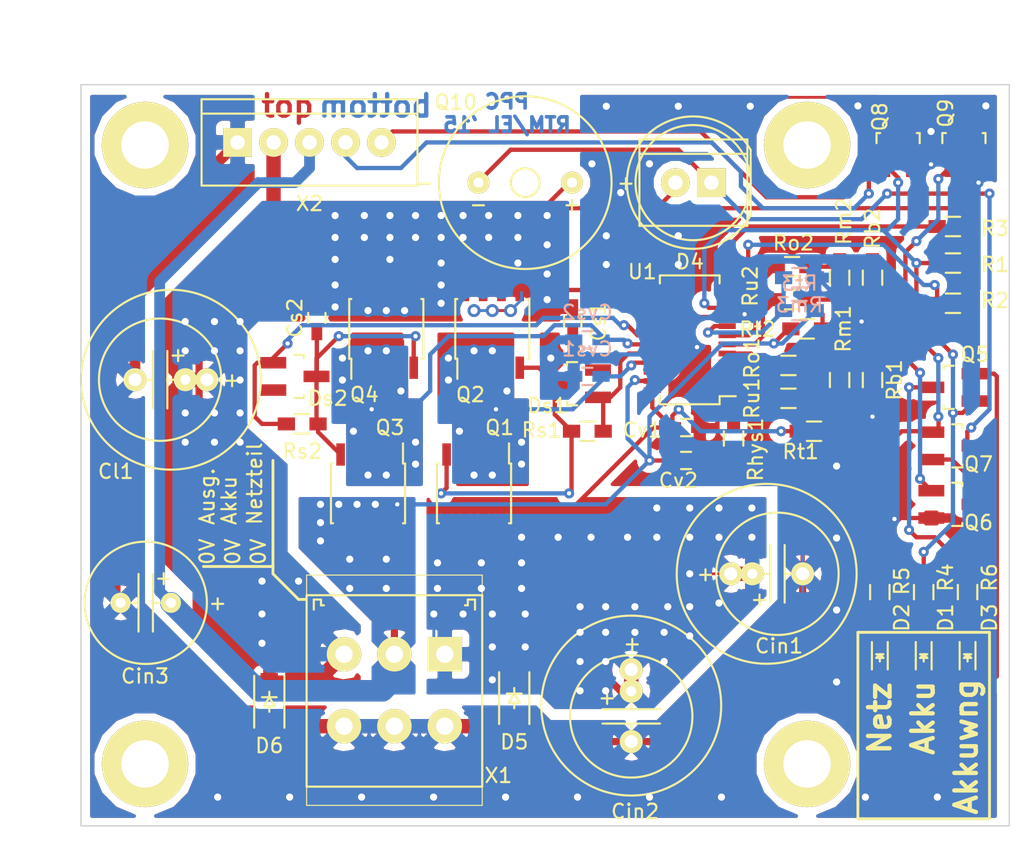
<source format=kicad_pcb>
(kicad_pcb (version 4) (host pcbnew "(2015-06-20 BZR 5796, Git fe7bc27)-product")
  (layers (0 F.Cu signal) (31 B.Cu signal) (34 B.Paste user) (35 F.Paste user) (36 B.SilkS user) (37 F.SilkS user) (38 B.Mask user) (39 F.Mask user) (44 Edge.Cuts user))
  (net 0 "")
  (net 1 GND)
  (net 2 /Akku+)
  (net 3 "Net-(Cs1-Pad2)")
  (net 4 "Net-(Cs2-Pad2)")
  (net 5 "Net-(Cvs1-Pad1)")
  (net 6 "Net-(Cvs2-Pad1)")
  (net 7 "Net-(D1-Pad1)")
  (net 8 "Net-(D2-Pad1)")
  (net 9 "Net-(D3-Pad2)")
  (net 10 "Net-(D3-Pad1)")
  (net 11 "Net-(D4-Pad1)")
  (net 12 "Net-(Ds1-Pad1)")
  (net 13 "Net-(Ds2-Pad1)")
  (net 14 "Net-(Q5-Pad1)")
  (net 15 /Akkuwng)
  (net 16 "Net-(Rb1-Pad1)")
  (net 17 "Net-(Rb2-Pad1)")
  (net 18 "Net-(Rhys1-Pad2)")
  (net 19 "Net-(Rm1-Pad1)")
  (net 20 "Net-(Rm2-Pad1)")
  (net 21 "Net-(Rm3-Pad1)")
  (net 22 "Net-(Ro1-Pad1)")
  (net 23 "Net-(Ro2-Pad1)")
  (net 24 "Net-(Ru1-Pad1)")
  (net 25 "Net-(Ru2-Pad1)")
  (net 26 "Net-(U1-Pad1)")
  (net 27 "Net-(U1-Pad2)")
  (net 28 "Net-(U1-Pad14)")
  (net 29 "Net-(U1-Pad16)")
  (net 30 "Net-(Q6-Pad3)")
  (net 31 "Net-(Q8-Pad3)")
  (net 32 "Net-(Q9-Pad3)")
  (net 33 /Netz+)
  (net 34 /Vout)
  (net 35 /NetzOK)
  (net 36 "Net-(Z1-Pad1)")
  (net 37 "Net-(Z1-Pad2)")
  (net 38 "Net-(Z1-Pad3)")
  (net 39 "Net-(Z1-Pad4)")
  (module Capacitors_SMD:C_0603_HandSoldering (layer F.Cu) (at 137.668 60.96 270)
    (fp_text reference Cs1 (at 0 -1.778 270) (layer F.SilkS))
    (fp_text value 12n)
    (pad 1 smd rect (at -0.95 0 270) (size 1.2 0.75) (layers F.Cu F.Paste F.Mask) (net 34 /Vout))
    (pad 2 smd rect (at 0.95 0 270) (size 1.2 0.75) (layers F.Cu F.Paste F.Mask) (net 3 "Net-(Cs1-Pad2)"))
  )
  (module Capacitors_SMD:C_0603_HandSoldering (layer F.Cu) (at 119.888 60.706 270)
    (fp_text reference Cs2 (at 0 1.524 270) (layer F.SilkS))
    (fp_text value 12n)
    (pad 1 smd rect (at -0.95 0 270) (size 1.2 0.75) (layers F.Cu F.Paste F.Mask) (net 34 /Vout))
    (pad 2 smd rect (at 0.95 0 270) (size 1.2 0.75) (layers F.Cu F.Paste F.Mask) (net 4 "Net-(Cs2-Pad2)"))
  )
  (module Capacitors_SMD:C_0603_HandSoldering (layer F.Cu) (at 145.542 68.326)
    (fp_text reference Cv1 (at -3.042 0.174) (layer F.SilkS))
    (fp_text value 100n)
    (pad 1 smd rect (at -0.95 0) (size 1.2 0.75) (layers F.Cu F.Paste F.Mask) (net 33 /Netz+))
    (pad 2 smd rect (at 0.95 0) (size 1.2 0.75) (layers F.Cu F.Paste F.Mask) (net 1 GND))
  )
  (module Capacitors_SMD:C_0603_HandSoldering (layer F.Cu) (at 145.542 70.612)
    (fp_text reference Cv2 (at -0.542 1.388) (layer F.SilkS))
    (fp_text value 100n)
    (pad 1 smd rect (at -0.95 0) (size 1.2 0.75) (layers F.Cu F.Paste F.Mask) (net 2 /Akku+))
    (pad 2 smd rect (at 0.95 0) (size 1.2 0.75) (layers F.Cu F.Paste F.Mask) (net 1 GND))
  )
  (module Capacitors_SMD:C_0603_HandSoldering (layer B.Cu) (at 138.684 64.77 180)
    (fp_text reference Cvs1 (at 0 1.9 180) (layer B.SilkS) (effects (justify mirror)))
    (fp_text value 120n)
    (pad 1 smd rect (at -0.95 0 180) (size 1.2 0.75) (layers B.Cu B.Paste B.Mask) (net 5 "Net-(Cvs1-Pad1)"))
    (pad 2 smd rect (at 0.95 0 180) (size 1.2 0.75) (layers B.Cu B.Paste B.Mask) (net 1 GND))
  )
  (module Capacitors_SMD:C_0603_HandSoldering (layer B.Cu) (at 138.684 62.23 180)
    (fp_text reference Cvs2 (at 0 1.9 180) (layer B.SilkS) (effects (justify mirror)))
    (fp_text value 120n)
    (pad 1 smd rect (at -0.95 0 180) (size 1.2 0.75) (layers B.Cu B.Paste B.Mask) (net 6 "Net-(Cvs2-Pad1)"))
    (pad 2 smd rect (at 0.95 0 180) (size 1.2 0.75) (layers B.Cu B.Paste B.Mask) (net 1 GND))
  )
  (module LEDs:LED-0603 (layer F.Cu) (at 162.052 84.328 270)
    (fp_text reference D1 (at -2.794 -1.524 270) (layer F.SilkS))
    (fp_text value "gn, 2mA")
    (pad 2 smd rect (at 0.7493 0 90) (size 0.79756 0.79756) (layers F.Cu F.Paste F.Mask) (net 34 /Vout))
    (pad 1 smd rect (at -0.7493 0 90) (size 0.79756 0.79756) (layers F.Cu F.Paste F.Mask) (net 7 "Net-(D1-Pad1)"))
  )
  (module LEDs:LED-0603 (layer F.Cu) (at 159.004 84.328 270)
    (fp_text reference D2 (at -2.794 -1.524 270) (layer F.SilkS))
    (fp_text value "gn, 2mA")
    (pad 2 smd rect (at 0.7493 0 90) (size 0.79756 0.79756) (layers F.Cu F.Paste F.Mask) (net 34 /Vout))
    (pad 1 smd rect (at -0.7493 0 90) (size 0.79756 0.79756) (layers F.Cu F.Paste F.Mask) (net 8 "Net-(D2-Pad1)"))
  )
  (module LEDs:LED-0603 (layer F.Cu) (at 165.1 84.328 270)
    (fp_text reference D3 (at -2.794 -1.524 270) (layer F.SilkS))
    (fp_text value "rt, 2mA")
    (pad 2 smd rect (at 0.7493 0 90) (size 0.79756 0.79756) (layers F.Cu F.Paste F.Mask) (net 9 "Net-(D3-Pad2)"))
    (pad 1 smd rect (at -0.7493 0 90) (size 0.79756 0.79756) (layers F.Cu F.Paste F.Mask) (net 10 "Net-(D3-Pad1)"))
  )
  (module Housings_SOIC:SOIC-8_3.9x4.9mm_Pitch1.27mm (layer F.Cu) (at 130.81 72.898 270)
    (fp_text reference Q1 (at -4.572 -1.778 360) (layer F.SilkS))
    (fp_text value TPC8120)
    (pad 1 smd rect (at -2.7 -1.905 270) (size 1.55 0.6) (layers F.Cu F.Paste F.Mask) (net 5 "Net-(Cvs1-Pad1)"))
    (pad 2 smd rect (at -2.7 -0.635 270) (size 1.55 0.6) (layers F.Cu F.Paste F.Mask) (net 5 "Net-(Cvs1-Pad1)"))
    (pad 3 smd rect (at -2.7 0.635 270) (size 1.55 0.6) (layers F.Cu F.Paste F.Mask) (net 5 "Net-(Cvs1-Pad1)"))
    (pad 4 smd rect (at -2.7 1.905 270) (size 1.55 0.6) (layers F.Cu F.Paste F.Mask) (net 3 "Net-(Cs1-Pad2)"))
    (pad 5 smd rect (at 2.7 1.905 270) (size 1.55 0.6) (layers F.Cu F.Paste F.Mask) (net 33 /Netz+))
    (pad 6 smd rect (at 2.7 0.635 270) (size 1.55 0.6) (layers F.Cu F.Paste F.Mask) (net 33 /Netz+))
    (pad 7 smd rect (at 2.7 -0.635 270) (size 1.55 0.6) (layers F.Cu F.Paste F.Mask) (net 33 /Netz+))
    (pad 8 smd rect (at 2.7 -1.905 270) (size 1.55 0.6) (layers F.Cu F.Paste F.Mask) (net 33 /Netz+))
  )
  (module Housings_SOIC:SOIC-8_3.9x4.9mm_Pitch1.27mm (layer F.Cu) (at 132.08 61.468 90)
    (fp_text reference Q2 (at -4.572 -1.524 180) (layer F.SilkS))
    (fp_text value TPC8120)
    (pad 1 smd rect (at -2.7 -1.905 90) (size 1.55 0.6) (layers F.Cu F.Paste F.Mask) (net 5 "Net-(Cvs1-Pad1)"))
    (pad 2 smd rect (at -2.7 -0.635 90) (size 1.55 0.6) (layers F.Cu F.Paste F.Mask) (net 5 "Net-(Cvs1-Pad1)"))
    (pad 3 smd rect (at -2.7 0.635 90) (size 1.55 0.6) (layers F.Cu F.Paste F.Mask) (net 5 "Net-(Cvs1-Pad1)"))
    (pad 4 smd rect (at -2.7 1.905 90) (size 1.55 0.6) (layers F.Cu F.Paste F.Mask) (net 3 "Net-(Cs1-Pad2)"))
    (pad 5 smd rect (at 2.7 1.905 90) (size 1.55 0.6) (layers F.Cu F.Paste F.Mask) (net 34 /Vout))
    (pad 6 smd rect (at 2.7 0.635 90) (size 1.55 0.6) (layers F.Cu F.Paste F.Mask) (net 34 /Vout))
    (pad 7 smd rect (at 2.7 -0.635 90) (size 1.55 0.6) (layers F.Cu F.Paste F.Mask) (net 34 /Vout))
    (pad 8 smd rect (at 2.7 -1.905 90) (size 1.55 0.6) (layers F.Cu F.Paste F.Mask) (net 34 /Vout))
  )
  (module Housings_SOIC:SOIC-8_3.9x4.9mm_Pitch1.27mm (layer F.Cu) (at 123.444 72.898 270)
    (fp_text reference Q3 (at -4.572 -1.524 360) (layer F.SilkS))
    (fp_text value TPC8120)
    (pad 1 smd rect (at -2.7 -1.905 270) (size 1.55 0.6) (layers F.Cu F.Paste F.Mask) (net 6 "Net-(Cvs2-Pad1)"))
    (pad 2 smd rect (at -2.7 -0.635 270) (size 1.55 0.6) (layers F.Cu F.Paste F.Mask) (net 6 "Net-(Cvs2-Pad1)"))
    (pad 3 smd rect (at -2.7 0.635 270) (size 1.55 0.6) (layers F.Cu F.Paste F.Mask) (net 6 "Net-(Cvs2-Pad1)"))
    (pad 4 smd rect (at -2.7 1.905 270) (size 1.55 0.6) (layers F.Cu F.Paste F.Mask) (net 4 "Net-(Cs2-Pad2)"))
    (pad 5 smd rect (at 2.7 1.905 270) (size 1.55 0.6) (layers F.Cu F.Paste F.Mask) (net 2 /Akku+))
    (pad 6 smd rect (at 2.7 0.635 270) (size 1.55 0.6) (layers F.Cu F.Paste F.Mask) (net 2 /Akku+))
    (pad 7 smd rect (at 2.7 -0.635 270) (size 1.55 0.6) (layers F.Cu F.Paste F.Mask) (net 2 /Akku+))
    (pad 8 smd rect (at 2.7 -1.905 270) (size 1.55 0.6) (layers F.Cu F.Paste F.Mask) (net 2 /Akku+))
  )
  (module Housings_SOIC:SOIC-8_3.9x4.9mm_Pitch1.27mm (layer F.Cu) (at 124.714 61.468 90)
    (fp_text reference Q4 (at -4.572 -1.524 180) (layer F.SilkS))
    (fp_text value TPC8120)
    (pad 1 smd rect (at -2.7 -1.905 90) (size 1.55 0.6) (layers F.Cu F.Paste F.Mask) (net 6 "Net-(Cvs2-Pad1)"))
    (pad 2 smd rect (at -2.7 -0.635 90) (size 1.55 0.6) (layers F.Cu F.Paste F.Mask) (net 6 "Net-(Cvs2-Pad1)"))
    (pad 3 smd rect (at -2.7 0.635 90) (size 1.55 0.6) (layers F.Cu F.Paste F.Mask) (net 6 "Net-(Cvs2-Pad1)"))
    (pad 4 smd rect (at -2.7 1.905 90) (size 1.55 0.6) (layers F.Cu F.Paste F.Mask) (net 4 "Net-(Cs2-Pad2)"))
    (pad 5 smd rect (at 2.7 1.905 90) (size 1.55 0.6) (layers F.Cu F.Paste F.Mask) (net 34 /Vout))
    (pad 6 smd rect (at 2.7 0.635 90) (size 1.55 0.6) (layers F.Cu F.Paste F.Mask) (net 34 /Vout))
    (pad 7 smd rect (at 2.7 -0.635 90) (size 1.55 0.6) (layers F.Cu F.Paste F.Mask) (net 34 /Vout))
    (pad 8 smd rect (at 2.7 -1.905 90) (size 1.55 0.6) (layers F.Cu F.Paste F.Mask) (net 34 /Vout))
  )
  (module Resistors_SMD:R_0603_HandSoldering (layer F.Cu) (at 164.084 56.896 180)
    (fp_text reference R1 (at -2.916 -0.104 180) (layer F.SilkS))
    (fp_text value 100k)
    (pad 1 smd rect (at -1.1 0 180) (size 1.2 0.9) (layers F.Cu F.Paste F.Mask) (net 34 /Vout))
    (pad 2 smd rect (at 1.1 0 180) (size 1.2 0.9) (layers F.Cu F.Paste F.Mask) (net 35 /NetzOK))
  )
  (module Resistors_SMD:R_0603_HandSoldering (layer F.Cu) (at 164.084 59.69 180)
    (fp_text reference R2 (at -2.916 0.19 180) (layer F.SilkS))
    (fp_text value 100k)
    (pad 1 smd rect (at -1.1 0 180) (size 1.2 0.9) (layers F.Cu F.Paste F.Mask) (net 34 /Vout))
    (pad 2 smd rect (at 1.1 0 180) (size 1.2 0.9) (layers F.Cu F.Paste F.Mask) (net 14 "Net-(Q5-Pad1)"))
  )
  (module Resistors_SMD:R_0603_HandSoldering (layer F.Cu) (at 164.084 54.356 180)
    (fp_text reference R3 (at -2.916 -0.144 180) (layer F.SilkS))
    (fp_text value 100k)
    (pad 1 smd rect (at -1.1 0 180) (size 1.2 0.9) (layers F.Cu F.Paste F.Mask) (net 34 /Vout))
    (pad 2 smd rect (at 1.1 0 180) (size 1.2 0.9) (layers F.Cu F.Paste F.Mask) (net 15 /Akkuwng))
  )
  (module Resistors_SMD:R_0603_HandSoldering (layer F.Cu) (at 162.052 79.756 90)
    (fp_text reference R4 (at 1.016 1.524 90) (layer F.SilkS))
    (fp_text value 4k7)
    (pad 1 smd rect (at -1.1 0 90) (size 1.2 0.9) (layers F.Cu F.Paste F.Mask) (net 7 "Net-(D1-Pad1)"))
    (pad 2 smd rect (at 1.1 0 90) (size 1.2 0.9) (layers F.Cu F.Paste F.Mask) (net 14 "Net-(Q5-Pad1)"))
  )
  (module Resistors_SMD:R_0603_HandSoldering (layer F.Cu) (at 159.004 79.756 90)
    (fp_text reference R5 (at 0.762 1.524 90) (layer F.SilkS))
    (fp_text value 4k7)
    (pad 1 smd rect (at -1.1 0 90) (size 1.2 0.9) (layers F.Cu F.Paste F.Mask) (net 8 "Net-(D2-Pad1)"))
    (pad 2 smd rect (at 1.1 0 90) (size 1.2 0.9) (layers F.Cu F.Paste F.Mask) (net 35 /NetzOK))
  )
  (module Resistors_SMD:R_0603_HandSoldering (layer F.Cu) (at 165.1 79.756 90)
    (fp_text reference R6 (at 1.016 1.524 90) (layer F.SilkS))
    (fp_text value 4k7)
    (pad 1 smd rect (at -1.1 0 90) (size 1.2 0.9) (layers F.Cu F.Paste F.Mask) (net 10 "Net-(D3-Pad1)"))
    (pad 2 smd rect (at 1.1 0 90) (size 1.2 0.9) (layers F.Cu F.Paste F.Mask) (net 30 "Net-(Q6-Pad3)"))
  )
  (module Resistors_SMD:R_0603_HandSoldering (layer F.Cu) (at 158.496 65.024 270)
    (fp_text reference Rb1 (at 0 -1.524 270) (layer F.SilkS))
    (fp_text value 15k0)
    (pad 1 smd rect (at -1.1 0 270) (size 1.2 0.9) (layers F.Cu F.Paste F.Mask) (net 16 "Net-(Rb1-Pad1)"))
    (pad 2 smd rect (at 1.1 0 270) (size 1.2 0.9) (layers F.Cu F.Paste F.Mask) (net 1 GND))
  )
  (module Resistors_SMD:R_0603_HandSoldering (layer F.Cu) (at 158.496 57.912 270)
    (fp_text reference Rb2 (at -3.412 -0.004 270) (layer F.SilkS))
    (fp_text value 14k3)
    (pad 1 smd rect (at -1.1 0 270) (size 1.2 0.9) (layers F.Cu F.Paste F.Mask) (net 17 "Net-(Rb2-Pad1)"))
    (pad 2 smd rect (at 1.1 0 270) (size 1.2 0.9) (layers F.Cu F.Paste F.Mask) (net 1 GND))
  )
  (module Resistors_SMD:R_0603_HandSoldering (layer F.Cu) (at 148.844 69.088 90)
    (fp_text reference Rhys1 (at -0.762 1.524 90) (layer F.SilkS))
    (fp_text value 127k)
    (pad 1 smd rect (at -1.1 0 90) (size 1.2 0.9) (layers F.Cu F.Paste F.Mask) (net 1 GND))
    (pad 2 smd rect (at 1.1 0 90) (size 1.2 0.9) (layers F.Cu F.Paste F.Mask) (net 18 "Net-(Rhys1-Pad2)"))
  )
  (module Resistors_SMD:R_0603_HandSoldering (layer F.Cu) (at 156.21 65.024 90)
    (fp_text reference Rm1 (at 3.556 0.254 90) (layer F.SilkS))
    (fp_text value 8k45)
    (pad 1 smd rect (at -1.1 0 90) (size 1.2 0.9) (layers F.Cu F.Paste F.Mask) (net 19 "Net-(Rm1-Pad1)"))
    (pad 2 smd rect (at 1.1 0 90) (size 1.2 0.9) (layers F.Cu F.Paste F.Mask) (net 16 "Net-(Rb1-Pad1)"))
  )
  (module Resistors_SMD:R_0603_HandSoldering (layer F.Cu) (at 156.21 57.912 90)
    (fp_text reference Rm2 (at 3.912 0.29 90) (layer F.SilkS))
    (fp_text value 6k80)
    (pad 1 smd rect (at -1.1 0 90) (size 1.2 0.9) (layers F.Cu F.Paste F.Mask) (net 20 "Net-(Rm2-Pad1)"))
    (pad 2 smd rect (at 1.1 0 90) (size 1.2 0.9) (layers F.Cu F.Paste F.Mask) (net 17 "Net-(Rb2-Pad1)"))
  )
  (module Resistors_SMD:R_0603_HandSoldering (layer B.Cu) (at 153.416 57.912)
    (fp_text reference Rm3 (at 0 1.9) (layer B.SilkS) (effects (justify mirror)))
    (fp_text value 18k2)
    (pad 1 smd rect (at -1.1 0) (size 1.2 0.9) (layers B.Cu B.Paste B.Mask) (net 21 "Net-(Rm3-Pad1)"))
    (pad 2 smd rect (at 1.1 0) (size 1.2 0.9) (layers B.Cu B.Paste B.Mask) (net 1 GND))
  )
  (module Resistors_SMD:R_0603_HandSoldering (layer F.Cu) (at 152.654 64.008)
    (fp_text reference Ro1 (at -2.54 -0.508 90) (layer F.SilkS))
    (fp_text value 20k0)
    (pad 1 smd rect (at -1.1 0) (size 1.2 0.9) (layers F.Cu F.Paste F.Mask) (net 22 "Net-(Ro1-Pad1)"))
    (pad 2 smd rect (at 1.1 0) (size 1.2 0.9) (layers F.Cu F.Paste F.Mask) (net 16 "Net-(Rb1-Pad1)"))
  )
  (module Resistors_SMD:R_0603_HandSoldering (layer F.Cu) (at 152.908 57.15)
    (fp_text reference Ro2 (at 0.092 -1.65) (layer F.SilkS))
    (fp_text value 51k0)
    (pad 1 smd rect (at -1.1 0) (size 1.2 0.9) (layers F.Cu F.Paste F.Mask) (net 23 "Net-(Ro2-Pad1)"))
    (pad 2 smd rect (at 1.1 0) (size 1.2 0.9) (layers F.Cu F.Paste F.Mask) (net 17 "Net-(Rb2-Pad1)"))
  )
  (module Resistors_SMD:R_0603_HandSoldering (layer F.Cu) (at 138.684 68.58)
    (fp_text reference Rs1 (at -3.184 -0.08) (layer F.SilkS))
    (fp_text value 5k6)
    (pad 1 smd rect (at -1.1 0) (size 1.2 0.9) (layers F.Cu F.Paste F.Mask) (net 3 "Net-(Cs1-Pad2)"))
    (pad 2 smd rect (at 1.1 0) (size 1.2 0.9) (layers F.Cu F.Paste F.Mask) (net 12 "Net-(Ds1-Pad1)"))
  )
  (module Resistors_SMD:R_0603_HandSoldering (layer F.Cu) (at 118.872 68.072 180)
    (fp_text reference Rs2 (at 0 -1.9 180) (layer F.SilkS))
    (fp_text value 5k6)
    (pad 1 smd rect (at -1.1 0 180) (size 1.2 0.9) (layers F.Cu F.Paste F.Mask) (net 4 "Net-(Cs2-Pad2)"))
    (pad 2 smd rect (at 1.1 0 180) (size 1.2 0.9) (layers F.Cu F.Paste F.Mask) (net 13 "Net-(Ds2-Pad1)"))
  )
  (module Resistors_SMD:R_0603_HandSoldering (layer F.Cu) (at 154.432 68.58)
    (fp_text reference Rt1 (at -0.932 1.42) (layer F.SilkS))
    (fp_text value 200k)
    (pad 1 smd rect (at -1.1 0) (size 1.2 0.9) (layers F.Cu F.Paste F.Mask) (net 33 /Netz+))
    (pad 2 smd rect (at 1.1 0) (size 1.2 0.9) (layers F.Cu F.Paste F.Mask) (net 19 "Net-(Rm1-Pad1)"))
  )
  (module Resistors_SMD:R_0603_HandSoldering (layer F.Cu) (at 153.924 61.468)
    (fp_text reference Rt2 (at -3.424 0.032) (layer F.SilkS))
    (fp_text value 200k)
    (pad 1 smd rect (at -1.1 0) (size 1.2 0.9) (layers F.Cu F.Paste F.Mask) (net 2 /Akku+))
    (pad 2 smd rect (at 1.1 0) (size 1.2 0.9) (layers F.Cu F.Paste F.Mask) (net 20 "Net-(Rm2-Pad1)"))
  )
  (module Resistors_SMD:R_0603_HandSoldering (layer B.Cu) (at 153.416 60.198 180)
    (fp_text reference Rt3 (at 0 1.9 180) (layer B.SilkS) (effects (justify mirror)))
    (fp_text value 200k)
    (pad 1 smd rect (at -1.1 0 180) (size 1.2 0.9) (layers B.Cu B.Paste B.Mask) (net 2 /Akku+))
    (pad 2 smd rect (at 1.1 0 180) (size 1.2 0.9) (layers B.Cu B.Paste B.Mask) (net 21 "Net-(Rm3-Pad1)"))
  )
  (module Resistors_SMD:R_0603_HandSoldering (layer F.Cu) (at 152.654 66.294)
    (fp_text reference Ru1 (at -2.54 0 270) (layer F.SilkS))
    (fp_text value 200k)
    (pad 1 smd rect (at -1.1 0) (size 1.2 0.9) (layers F.Cu F.Paste F.Mask) (net 24 "Net-(Ru1-Pad1)"))
    (pad 2 smd rect (at 1.1 0) (size 1.2 0.9) (layers F.Cu F.Paste F.Mask) (net 19 "Net-(Rm1-Pad1)"))
  )
  (module Resistors_SMD:R_0603_HandSoldering (layer F.Cu) (at 152.908 59.436)
    (fp_text reference Ru2 (at -2.908 -0.936 270) (layer F.SilkS))
    (fp_text value 174k)
    (pad 1 smd rect (at -1.1 0) (size 1.2 0.9) (layers F.Cu F.Paste F.Mask) (net 25 "Net-(Ru2-Pad1)"))
    (pad 2 smd rect (at 1.1 0) (size 1.2 0.9) (layers F.Cu F.Paste F.Mask) (net 20 "Net-(Rm2-Pad1)"))
  )
  (module Housings_SSOP:SSOP-24_3.9x8.7mm_Pitch0.635mm (layer F.Cu) (at 145.796 62.23 180)
    (fp_text reference U1 (at 3.296 4.73 180) (layer F.SilkS))
    (fp_text value LTC4417_SSOP)
    (pad 1 smd rect (at -2.6 -3.4925 180) (size 1.2 0.4) (layers F.Cu F.Paste F.Mask) (net 26 "Net-(U1-Pad1)"))
    (pad 2 smd rect (at -2.6 -2.8575 180) (size 1.2 0.4) (layers F.Cu F.Paste F.Mask) (net 27 "Net-(U1-Pad2)"))
    (pad 3 smd rect (at -2.6 -2.2225 180) (size 1.2 0.4) (layers F.Cu F.Paste F.Mask) (net 18 "Net-(Rhys1-Pad2)"))
    (pad 4 smd rect (at -2.6 -1.5875 180) (size 1.2 0.4) (layers F.Cu F.Paste F.Mask) (net 24 "Net-(Ru1-Pad1)"))
    (pad 5 smd rect (at -2.6 -0.9525 180) (size 1.2 0.4) (layers F.Cu F.Paste F.Mask) (net 22 "Net-(Ro1-Pad1)"))
    (pad 6 smd rect (at -2.6 -0.3175 180) (size 1.2 0.4) (layers F.Cu F.Paste F.Mask) (net 25 "Net-(Ru2-Pad1)"))
    (pad 7 smd rect (at -2.6 0.3175 180) (size 1.2 0.4) (layers F.Cu F.Paste F.Mask) (net 23 "Net-(Ro2-Pad1)"))
    (pad 8 smd rect (at -2.6 0.9525 180) (size 1.2 0.4) (layers F.Cu F.Paste F.Mask) (net 21 "Net-(Rm3-Pad1)"))
    (pad 9 smd rect (at -2.6 1.5875 180) (size 1.2 0.4) (layers F.Cu F.Paste F.Mask) (net 1 GND))
    (pad 10 smd rect (at -2.6 2.2225 180) (size 1.2 0.4) (layers F.Cu F.Paste F.Mask) (net 35 /NetzOK))
    (pad 11 smd rect (at -2.6 2.8575 180) (size 1.2 0.4) (layers F.Cu F.Paste F.Mask) (net 14 "Net-(Q5-Pad1)"))
    (pad 12 smd rect (at -2.6 3.4925 180) (size 1.2 0.4) (layers F.Cu F.Paste F.Mask) (net 15 /Akkuwng))
    (pad 13 smd rect (at 2.6 3.4925 180) (size 1.2 0.4) (layers F.Cu F.Paste F.Mask) (net 1 GND))
    (pad 14 smd rect (at 2.6 2.8575 180) (size 1.2 0.4) (layers F.Cu F.Paste F.Mask) (net 28 "Net-(U1-Pad14)"))
    (pad 15 smd rect (at 2.6 2.2225 180) (size 1.2 0.4) (layers F.Cu F.Paste F.Mask) (net 34 /Vout))
    (pad 16 smd rect (at 2.6 1.5875 180) (size 1.2 0.4) (layers F.Cu F.Paste F.Mask) (net 29 "Net-(U1-Pad16)"))
    (pad 17 smd rect (at 2.6 0.9525 180) (size 1.2 0.4) (layers F.Cu F.Paste F.Mask) (net 2 /Akku+))
    (pad 18 smd rect (at 2.6 0.3175 180) (size 1.2 0.4) (layers F.Cu F.Paste F.Mask) (net 13 "Net-(Ds2-Pad1)"))
    (pad 19 smd rect (at 2.6 -0.3175 180) (size 1.2 0.4) (layers F.Cu F.Paste F.Mask) (net 6 "Net-(Cvs2-Pad1)"))
    (pad 20 smd rect (at 2.6 -0.9525 180) (size 1.2 0.4) (layers F.Cu F.Paste F.Mask) (net 12 "Net-(Ds1-Pad1)"))
    (pad 21 smd rect (at 2.6 -1.5875 180) (size 1.2 0.4) (layers F.Cu F.Paste F.Mask) (net 5 "Net-(Cvs1-Pad1)"))
    (pad 22 smd rect (at 2.6 -2.2225 180) (size 1.2 0.4) (layers F.Cu F.Paste F.Mask) (net 2 /Akku+))
    (pad 23 smd rect (at 2.6 -2.8575 180) (size 1.2 0.4) (layers F.Cu F.Paste F.Mask) (net 2 /Akku+))
    (pad 24 smd rect (at 2.6 -3.4925 180) (size 1.2 0.4) (layers F.Cu F.Paste F.Mask) (net 33 /Netz+))
  )
  (module ppc:Buzzer_AL-60P12 (layer F.Cu) (at 134.366 51.308)
    (fp_text reference Q10 (at -4.826 -5.588) (layer F.SilkS))
    (fp_text value Buzzer)
    (fp_text user - (at -7 0) (layer F.SilkS))
    (fp_text user - (at -3.25 1.5) (layer F.SilkS))
    (fp_text user + (at 3.25 1.5) (layer F.SilkS))
    (fp_text user + (at 7 0) (layer F.SilkS))
    (pad 1 thru_hole circle (at 3.25 0) (size 1.524 1.524) (drill 0.7) (layers *.Cu *.Mask F.SilkS) (net 34 /Vout))
    (pad 2 thru_hole circle (at -3.25 0) (size 1.524 1.524) (drill 0.7) (layers *.Cu *.Mask F.SilkS) (net 11 "Net-(D4-Pad1)"))
  )
  (module ppc:CPOL_8mm_3.5mm (layer F.Cu) (at 108 80.5)
    (fp_text reference Cin3 (at -0.05 5.098) (layer F.SilkS))
    (fp_text value nb)
    (fp_text user + (at 5 0) (layer F.SilkS))
    (fp_text user + (at 1.25 -1.75) (layer F.SilkS))
    (pad 1 thru_hole circle (at 1.75 0) (size 1.4 1.4) (drill 0.7) (layers *.Cu *.Mask F.SilkS) (net 2 /Akku+))
    (pad 2 thru_hole circle (at -1.75 0) (size 1.4 1.4) (drill 0.7) (layers *.Cu *.Mask F.SilkS) (net 1 GND))
  )
  (module ppc:CPOL_12.5o8mm_5o3.5mm (layer F.Cu) (at 151.892 78.486 180)
    (fp_text reference Cin1 (at -0.108 -5.014 180) (layer F.SilkS))
    (fp_text value 470u)
    (fp_text user + (at 5 0 180) (layer F.SilkS))
    (fp_text user + (at 1.25 -1.75 180) (layer F.SilkS))
    (pad 1 thru_hole circle (at 1.75 0 180) (size 1.6 1.6) (drill 0.7) (layers *.Cu *.Mask F.SilkS) (net 33 /Netz+))
    (pad 2 thru_hole circle (at -1.75 0 180) (size 1.6 1.6) (drill 0.9) (layers *.Cu *.Mask F.SilkS) (net 1 GND))
    (pad 1 thru_hole circle (at 3.25 0 180) (size 1.6 1.6) (drill 0.9) (layers *.Cu *.Mask F.SilkS) (net 33 /Netz+))
  )
  (module ppc:CPOL_12.5o8mm_5o3.5mm (layer F.Cu) (at 141.732 88.392 90)
    (fp_text reference Cin2 (at -6.608 0.268 180) (layer F.SilkS))
    (fp_text value nb)
    (fp_text user + (at 5 0 90) (layer F.SilkS))
    (fp_text user + (at 1.25 -1.75 90) (layer F.SilkS))
    (pad 1 thru_hole circle (at 1.75 0 90) (size 1.6 1.6) (drill 0.7) (layers *.Cu *.Mask F.SilkS) (net 33 /Netz+))
    (pad 2 thru_hole circle (at -1.75 0 90) (size 1.6 1.6) (drill 0.9) (layers *.Cu *.Mask F.SilkS) (net 1 GND))
    (pad 1 thru_hole circle (at 3.25 0 90) (size 1.6 1.6) (drill 0.9) (layers *.Cu *.Mask F.SilkS) (net 33 /Netz+))
  )
  (module ppc:CPOL_12.5o8mm_5o3.5mm (layer F.Cu) (at 109 65)
    (fp_text reference Cl1 (at -3.082 6.374) (layer F.SilkS))
    (fp_text value 470u)
    (fp_text user + (at 5 0) (layer F.SilkS))
    (fp_text user + (at 1.25 -1.75) (layer F.SilkS))
    (pad 1 thru_hole circle (at 1.75 0) (size 1.6 1.6) (drill 0.7) (layers *.Cu *.Mask F.SilkS) (net 34 /Vout))
    (pad 2 thru_hole circle (at -1.75 0) (size 1.6 1.6) (drill 0.9) (layers *.Cu *.Mask F.SilkS) (net 1 GND))
    (pad 1 thru_hole circle (at 3.25 0) (size 1.6 1.6) (drill 0.9) (layers *.Cu *.Mask F.SilkS) (net 34 /Vout))
  )
  (module ppc:WAGO_713-1403 (layer F.Cu) (at 128.778 84.074 180)
    (fp_text reference X1 (at -3.722 -8.426 180) (layer F.SilkS))
    (fp_text value CONN_02X03)
    (pad 1 thru_hole rect (at 0 0 180) (size 2.4 2.4) (drill 1.2) (layers *.Cu *.Mask F.SilkS) (net 33 /Netz+))
    (pad 3 thru_hole circle (at 3.5 0 180) (size 2.4 2.4) (drill 1.2) (layers *.Cu *.Mask F.SilkS) (net 2 /Akku+))
    (pad 5 thru_hole circle (at 7 0 180) (size 2.4 2.4) (drill 1.2) (layers *.Cu *.Mask F.SilkS) (net 34 /Vout))
    (pad 2 thru_hole circle (at 0 -5 180) (size 2.4 2.4) (drill 1.2) (layers *.Cu *.Mask F.SilkS) (net 1 GND))
    (pad 4 thru_hole circle (at 3.5 -5 180) (size 2.4 2.4) (drill 1.2) (layers *.Cu *.Mask F.SilkS) (net 1 GND))
    (pad 6 thru_hole circle (at 7 -5 180) (size 2.4 2.4) (drill 1.2) (layers *.Cu *.Mask F.SilkS) (net 1 GND))
  )
  (module ppc:PPCMOUNTING (layer F.Cu) (at 107.95 91.694)
    (fp_text reference Z1 hide)
    (fp_text value PPCMounting hide)
    (pad 1 thru_hole circle (at 0 0) (size 6 6) (drill 3.3) (layers *.Cu *.Mask F.SilkS) (net 36 "Net-(Z1-Pad1)"))
    (pad 2 thru_hole circle (at 0 -43) (size 6 6) (drill 3.3) (layers *.Cu *.Mask F.SilkS) (net 37 "Net-(Z1-Pad2)"))
    (pad 3 thru_hole circle (at 46 0) (size 6 6) (drill 3.3) (layers *.Cu *.Mask F.SilkS) (net 38 "Net-(Z1-Pad3)"))
    (pad 4 thru_hole circle (at 46 -43) (size 6 6) (drill 3.3) (layers *.Cu *.Mask F.SilkS) (net 39 "Net-(Z1-Pad4)"))
  )
  (module ppc:SOD-123W (layer F.Cu) (at 133.604 87.122 270)
    (fp_text reference D5 (at 3.048 0 360) (layer F.SilkS))
    (fp_text value "TVS, 16V")
    (pad 1 smd rect (at -1.4 0 270) (size 1.2 1.2) (layers F.Cu F.Paste F.Mask) (net 33 /Netz+))
    (pad 2 smd rect (at 1.4 0 270) (size 1.2 1.2) (layers F.Cu F.Paste F.Mask) (net 1 GND))
  )
  (module ppc:SOD-123W (layer F.Cu) (at 116.586 87.376 270)
    (fp_text reference D6 (at 3.048 0 360) (layer F.SilkS))
    (fp_text value "TVS, 16V")
    (pad 1 smd rect (at -1.4 0 270) (size 1.2 1.2) (layers F.Cu F.Paste F.Mask) (net 34 /Vout))
    (pad 2 smd rect (at 1.4 0 270) (size 1.2 1.2) (layers F.Cu F.Paste F.Mask) (net 1 GND))
  )
  (module Housings_SOT-23_SOT-143_TSOT-6:SOT-23_Handsoldering (layer F.Cu) (at 137.922 65.278 90)
    (fp_text reference Ds1 (at -1.524 -2.032 180) (layer F.SilkS))
    (fp_text value BAT54)
    (pad 1 smd rect (at -0.95 1.50114 90) (size 0.8001 1.80086) (layers F.Cu F.Paste F.Mask) (net 12 "Net-(Ds1-Pad1)"))
    (pad 2 smd rect (at 0.95 1.50114 90) (size 0.8001 1.80086) (layers F.Cu F.Paste F.Mask))
    (pad 3 smd rect (at 0 -1.50114 90) (size 0.8001 1.80086) (layers F.Cu F.Paste F.Mask) (net 3 "Net-(Cs1-Pad2)"))
  )
  (module Housings_SOT-23_SOT-143_TSOT-6:SOT-23_Handsoldering (layer F.Cu) (at 118.364 64.77 270)
    (fp_text reference Ds2 (at 1.524 -2.286 360) (layer F.SilkS))
    (fp_text value BAT54)
    (pad 1 smd rect (at -0.95 1.50114 270) (size 0.8001 1.80086) (layers F.Cu F.Paste F.Mask) (net 13 "Net-(Ds2-Pad1)"))
    (pad 2 smd rect (at 0.95 1.50114 270) (size 0.8001 1.80086) (layers F.Cu F.Paste F.Mask))
    (pad 3 smd rect (at 0 -1.50114 270) (size 0.8001 1.80086) (layers F.Cu F.Paste F.Mask) (net 4 "Net-(Cs2-Pad2)"))
  )
  (module Housings_SOT-23_SOT-143_TSOT-6:SOT-23_Handsoldering (layer F.Cu) (at 164.084 65.532 90)
    (fp_text reference Q5 (at 2.286 1.524 180) (layer F.SilkS))
    (fp_text value TSM3401)
    (pad 1 smd rect (at -0.95 1.50114 90) (size 0.8001 1.80086) (layers F.Cu F.Paste F.Mask) (net 14 "Net-(Q5-Pad1)"))
    (pad 2 smd rect (at 0.95 1.50114 90) (size 0.8001 1.80086) (layers F.Cu F.Paste F.Mask) (net 34 /Vout))
    (pad 3 smd rect (at 0 -1.50114 90) (size 0.8001 1.80086) (layers F.Cu F.Paste F.Mask) (net 9 "Net-(D3-Pad2)"))
  )
  (module Housings_SOT-23_SOT-143_TSOT-6:SOT-23_Handsoldering (layer F.Cu) (at 164.084 73.66 270)
    (fp_text reference Q6 (at 1.27 -1.778 360) (layer F.SilkS))
    (fp_text value TSM3404)
    (pad 1 smd rect (at -0.95 1.50114 270) (size 0.8001 1.80086) (layers F.Cu F.Paste F.Mask) (net 15 /Akkuwng))
    (pad 2 smd rect (at 0.95 1.50114 270) (size 0.8001 1.80086) (layers F.Cu F.Paste F.Mask) (net 1 GND))
    (pad 3 smd rect (at 0 -1.50114 270) (size 0.8001 1.80086) (layers F.Cu F.Paste F.Mask) (net 30 "Net-(Q6-Pad3)"))
  )
  (module Housings_SOT-23_SOT-143_TSOT-6:SOT-23_Handsoldering (layer F.Cu) (at 164.084 69.596 270)
    (fp_text reference Q7 (at 1.27 -1.778 360) (layer F.SilkS))
    (fp_text value TSM3404)
    (pad 1 smd rect (at -0.95 1.50114 270) (size 0.8001 1.80086) (layers F.Cu F.Paste F.Mask) (net 35 /NetzOK))
    (pad 2 smd rect (at 0.95 1.50114 270) (size 0.8001 1.80086) (layers F.Cu F.Paste F.Mask) (net 30 "Net-(Q6-Pad3)"))
    (pad 3 smd rect (at 0 -1.50114 270) (size 0.8001 1.80086) (layers F.Cu F.Paste F.Mask) (net 11 "Net-(D4-Pad1)"))
  )
  (module Housings_SOT-23_SOT-143_TSOT-6:SOT-23_Handsoldering (layer F.Cu) (at 160.274 48.514)
    (fp_text reference Q8 (at -1.27 -1.778 90) (layer F.SilkS))
    (fp_text value TSM3404)
    (pad 1 smd rect (at -0.95 1.50114) (size 0.8001 1.80086) (layers F.Cu F.Paste F.Mask) (net 35 /NetzOK))
    (pad 2 smd rect (at 0.95 1.50114) (size 0.8001 1.80086) (layers F.Cu F.Paste F.Mask) (net 1 GND))
    (pad 3 smd rect (at 0 -1.50114) (size 0.8001 1.80086) (layers F.Cu F.Paste F.Mask) (net 31 "Net-(Q8-Pad3)"))
  )
  (module Housings_SOT-23_SOT-143_TSOT-6:SOT-23_Handsoldering (layer F.Cu) (at 164.846 48.514)
    (fp_text reference Q9 (at -1.27 -2.032 90) (layer F.SilkS))
    (fp_text value TSM3404)
    (pad 1 smd rect (at -0.95 1.50114) (size 0.8001 1.80086) (layers F.Cu F.Paste F.Mask) (net 15 /Akkuwng))
    (pad 2 smd rect (at 0.95 1.50114) (size 0.8001 1.80086) (layers F.Cu F.Paste F.Mask) (net 1 GND))
    (pad 3 smd rect (at 0 -1.50114) (size 0.8001 1.80086) (layers F.Cu F.Paste F.Mask) (net 32 "Net-(Q9-Pad3)"))
  )
  (module ppc:CONN_PS25_5G (layer F.Cu) (at 119.38 48.514 180)
    (fp_text reference X2 (at 0 -4.25 180) (layer F.SilkS))
    (fp_text value CONN_01X05)
    (pad 1 thru_hole rect (at 5 0 180) (size 2 2) (drill 1) (layers *.Cu *.Mask F.SilkS) (net 1 GND))
    (pad 2 thru_hole circle (at 2.5 0 180) (size 2 2) (drill 1) (layers *.Cu *.Mask F.SilkS) (net 34 /Vout))
    (pad 3 thru_hole circle (at 0 0 180) (size 2 2) (drill 1) (layers *.Cu *.Mask F.SilkS) (net 2 /Akku+))
    (pad 4 thru_hole circle (at -2.5 0 180) (size 2 2) (drill 1) (layers *.Cu *.Mask F.SilkS) (net 31 "Net-(Q8-Pad3)"))
    (pad 5 thru_hole circle (at -5 0 180) (size 2 2) (drill 1) (layers *.Cu *.Mask F.SilkS) (net 32 "Net-(Q9-Pad3)"))
  )
  (module ppc:LED-8MM_o_CONN_PS25_2G (layer F.Cu) (at 146.05 51.308 180)
    (fp_text reference D4 (at 0.25 -5.5 180) (layer F.SilkS))
    (fp_text value L-796BSRC-B)
    (pad 2 thru_hole circle (at 1.25 0) (size 2 2) (drill 1) (layers *.Cu *.Mask F.SilkS) (net 34 /Vout))
    (pad 1 thru_hole rect (at -1.25 0) (size 2 2) (drill 1) (layers *.Cu *.Mask F.SilkS) (net 11 "Net-(D4-Pad1)"))
  )
  (gr_line (start 157.48 95.504) (end 157.734 95.504) (angle 90) (layer F.SilkS) (width 0.2))
  (gr_line (start 157.48 82.55) (end 157.48 95.504) (angle 90) (layer F.SilkS) (width 0.2))
  (gr_line (start 157.734 82.55) (end 157.48 82.55) (angle 90) (layer F.SilkS) (width 0.2))
  (gr_line (start 166.624 95.504) (end 157.734 95.504) (angle 90) (layer F.SilkS) (width 0.2))
  (gr_line (start 166.624 95.25) (end 166.624 95.504) (angle 90) (layer F.SilkS) (width 0.2))
  (gr_line (start 166.624 82.55) (end 166.624 95.25) (angle 90) (layer F.SilkS) (width 0.2))
  (gr_line (start 157.734 82.55) (end 166.624 82.55) (angle 90) (layer F.SilkS) (width 0.2))
  (gr_line (start 116.84 77.978) (end 112.014 77.978) (angle 90) (layer F.SilkS) (width 0.2))
  (gr_line (start 116.84 78.486) (end 116.84 70.612) (angle 90) (layer F.SilkS) (width 0.2))
  (gr_line (start 118.618 80.264) (end 116.84 78.486) (angle 90) (layer F.SilkS) (width 0.2))
  (gr_line (start 119.126 80.264) (end 118.618 80.264) (angle 90) (layer F.SilkS) (width 0.2))
  (gr_text 0V (at 115.824 75.946 90) (layer F.SilkS) (effects (font (size 1 1)) (justify right)))
  (gr_text 0V (at 114.046 75.946 90) (layer F.SilkS) (effects (font (size 1 1)) (justify right)))
  (gr_text 0V (at 112.268 75.946 90) (layer F.SilkS) (effects (font (size 1 1)) (justify right)))
  (gr_text Netzteil (at 115.57 75.184 90) (layer F.SilkS) (effects (font (size 1 1)) (justify left)))
  (gr_text Akku (at 113.792 75.184 90) (layer F.SilkS) (effects (font (size 1 1)) (justify left)))
  (gr_text Ausg. (at 112.268 75.184 90) (layer F.SilkS) (effects (font (size 1 1)) (justify left)))
  (gr_text "PPC\nRTM/EL '15" (at 133.096 46.482) (layer B.Cu) (effects (font (size 1 1) (thickness 0.25)) (justify mirror)))
  (gr_text bottom (at 123.952 45.974) (layer B.Cu) (effects (font (size 1.5 1.5) (thickness 0.3)) (justify mirror)))
  (gr_text top (at 117.856 45.974) (layer F.Cu) (effects (font (size 1.5 1.5) (thickness 0.3))))
  (gr_line (start 103.5 44.5) (end 168 44.5) (angle 90) (layer Edge.Cuts) (width 0.1))
  (gr_line (start 168 96) (end 168 44.5) (angle 90) (layer Edge.Cuts) (width 0.1))
  (gr_line (start 103.5 96) (end 168 96) (angle 90) (layer Edge.Cuts) (width 0.1))
  (gr_line (start 103.5 96) (end 103.5 44.5) (angle 90) (layer Edge.Cuts) (width 0.1))
  (gr_text Akkuwng (at 165 90.5 90) (layer F.SilkS) (effects (font (size 1.5 1.5) (thickness 0.3))))
  (gr_text Akku (at 162 88.5 90) (layer F.SilkS) (effects (font (size 1.5 1.5) (thickness 0.3))))
  (gr_text Netz (at 159 88.5 90) (layer F.SilkS) (effects (font (size 1.5 1.5) (thickness 0.3))))
  (segment (start 134.112 58.928) (end 134.112 59.436) (width 0.2) (layer B.Cu) (net 0))
  (via (at 130.81 60.198) (size 0.9) (drill 0.5) (layers F.Cu B.Cu) (net 0))
  (segment (start 132.08 60.198) (end 130.81 60.198) (width 0.2) (layer B.Cu) (net 0))
  (via (at 132.08 60.198) (size 0.9) (drill 0.5) (layers F.Cu B.Cu) (net 0))
  (segment (start 133.35 60.198) (end 132.08 60.198) (width 0.2) (layer F.Cu) (net 0))
  (via (at 133.35 60.198) (size 0.9) (drill 0.5) (layers F.Cu B.Cu) (net 0))
  (segment (start 134.112 59.436) (end 133.35 60.198) (width 0.2) (layer B.Cu) (net 0))
  (segment (start 162.58286 74.61) (end 160.086 74.61) (width 0.3) (layer F.Cu) (net 1))
  (segment (start 158.496 71.882) (end 158.496 67.564) (width 0.3) (layer B.Cu) (net 1))
  (segment (start 158.496 73.152) (end 158.496 71.882) (width 0.3) (layer B.Cu) (net 1))
  (segment (start 160.02 74.676) (end 158.496 73.152) (width 0.3) (layer B.Cu) (net 1))
  (via (at 160.02 74.676) (size 0.7) (drill 0.3) (layers F.Cu B.Cu) (net 1))
  (segment (start 160.086 74.61) (end 160.02 74.676) (width 0.3) (layer F.Cu) (net 1))
  (via (at 166.37 45.974) (size 0.9) (drill 0.5) (layers F.Cu B.Cu) (net 1))
  (segment (start 163.83 47.752) (end 165.354 47.752) (width 0.2) (layer B.Cu) (net 1))
  (segment (start 163.83 47.752) (end 162.56 47.752) (width 0.2) (layer B.Cu) (net 1))
  (segment (start 166.37 47.244) (end 166.37 45.974) (width 0.2) (layer B.Cu) (net 1))
  (segment (start 165.862 47.752) (end 166.37 47.244) (width 0.2) (layer B.Cu) (net 1))
  (segment (start 165.354 47.752) (end 165.862 47.752) (width 0.2) (layer B.Cu) (net 1))
  (segment (start 162.56 50.038) (end 162.53714 50.01514) (width 0.3) (layer F.Cu) (net 1))
  (segment (start 162.53714 50.01514) (end 161.224 50.01514) (width 0.3) (layer F.Cu) (net 1))
  (segment (start 165.862 51.308) (end 164.592 50.038) (width 0.3) (layer B.Cu) (net 1))
  (via (at 162.56 50.038) (size 0.7) (drill 0.3) (layers F.Cu B.Cu) (net 1))
  (segment (start 164.592 50.038) (end 162.56 50.038) (width 0.3) (layer B.Cu) (net 1))
  (segment (start 165.862 51.308) (end 165.796 51.242) (width 0.3) (layer F.Cu) (net 1))
  (segment (start 165.796 51.242) (end 165.796 50.01514) (width 0.3) (layer F.Cu) (net 1))
  (segment (start 157.48 45.974) (end 160.782 45.974) (width 0.3) (layer B.Cu) (net 1))
  (via (at 157.48 45.974) (size 0.9) (drill 0.5) (layers F.Cu B.Cu) (net 1))
  (segment (start 160.782 45.974) (end 162.56 47.752) (width 0.3) (layer B.Cu) (net 1))
  (segment (start 116.586 88.776) (end 114.526 88.776) (width 0.5) (layer F.Cu) (net 1))
  (segment (start 113.745 87.995) (end 106 80.25) (width 0.5) (layer F.Cu) (net 1))
  (segment (start 114.526 88.776) (end 113.745 87.995) (width 0.5) (layer F.Cu) (net 1))
  (segment (start 121.778 89.074) (end 118.792 89.074) (width 1) (layer F.Cu) (net 1))
  (segment (start 118.494 88.776) (end 116.586 88.776) (width 0.5) (layer F.Cu) (net 1))
  (segment (start 118.792 89.074) (end 118.494 88.776) (width 0.5) (layer F.Cu) (net 1))
  (segment (start 137.734 63.5) (end 136.144 63.5) (width 0.2) (layer B.Cu) (net 1))
  (via (at 136.144 63.5) (size 0.9) (drill 0.5) (layers F.Cu B.Cu) (net 1))
  (segment (start 121.778 89.074) (end 128.778 89.074) (width 1) (layer F.Cu) (net 1))
  (segment (start 125.278 89.074) (end 121.778 89.074) (width 1) (layer B.Cu) (net 1))
  (segment (start 125.278 89.074) (end 128.778 89.074) (width 1) (layer F.Cu) (net 1))
  (segment (start 125.278 89.074) (end 128.778 89.074) (width 1) (layer B.Cu) (net 1))
  (segment (start 157.48 45.974) (end 156.474 45.974) (width 0.2) (layer F.Cu) (net 1))
  (segment (start 157.734 45.72) (end 157.48 45.974) (width 0.2) (layer F.Cu) (net 1))
  (segment (start 162.56 50.038) (end 162.56 47.752) (width 0.2) (layer F.Cu) (net 1))
  (via (at 162.56 47.752) (size 0.9) (drill 0.5) (layers F.Cu B.Cu) (net 1))
  (via (at 140 46) (size 0.9) (drill 0.5) (layers F.Cu B.Cu) (net 1))
  (segment (start 145 46) (end 140 46) (width 0.2) (layer F.Cu) (net 1))
  (via (at 145 46) (size 0.9) (drill 0.5) (layers F.Cu B.Cu) (net 1))
  (segment (start 150 46) (end 145 46) (width 0.2) (layer B.Cu) (net 1))
  (via (at 150 46) (size 0.9) (drill 0.5) (layers F.Cu B.Cu) (net 1))
  (segment (start 151.127 45.381) (end 150 46) (width 0.2) (layer F.Cu) (net 1))
  (segment (start 155.627 45.381) (end 151.127 45.381) (width 0.2) (layer F.Cu) (net 1))
  (segment (start 156.474 45.974) (end 155.627 45.381) (width 0.2) (layer F.Cu) (net 1))
  (segment (start 140 55) (end 140 53) (width 0.2) (layer B.Cu) (net 1))
  (segment (start 143.196 58.196) (end 142 57) (width 0.2) (layer F.Cu) (net 1))
  (segment (start 142 57) (end 140 57) (width 0.2) (layer F.Cu) (net 1))
  (via (at 140 57) (size 0.9) (drill 0.5) (layers F.Cu B.Cu) (net 1))
  (segment (start 140 57) (end 145 57) (width 0.2) (layer B.Cu) (net 1))
  (via (at 145 57) (size 0.9) (drill 0.5) (layers F.Cu B.Cu) (net 1))
  (segment (start 145 57) (end 145 55) (width 0.2) (layer F.Cu) (net 1))
  (via (at 145 55) (size 0.9) (drill 0.5) (layers F.Cu B.Cu) (net 1))
  (segment (start 145 55) (end 140 55) (width 0.2) (layer B.Cu) (net 1))
  (via (at 140 55) (size 0.9) (drill 0.5) (layers F.Cu B.Cu) (net 1))
  (segment (start 143.196 58.7375) (end 143.196 58.196) (width 0.2) (layer F.Cu) (net 1))
  (via (at 139 50) (size 0.9) (drill 0.5) (layers F.Cu B.Cu) (net 1))
  (segment (start 143 50) (end 139 50) (width 0.2) (layer B.Cu) (net 1))
  (via (at 143 50) (size 0.9) (drill 0.5) (layers F.Cu B.Cu) (net 1))
  (segment (start 141 52) (end 143 50) (width 0.2) (layer F.Cu) (net 1))
  (via (at 141 52) (size 0.9) (drill 0.5) (layers F.Cu B.Cu) (net 1))
  (segment (start 140 53) (end 141 52) (width 0.2) (layer B.Cu) (net 1))
  (segment (start 153.642 78.486) (end 153.642 73.358) (width 0.2) (layer B.Cu) (net 1))
  (via (at 156 86) (size 0.9) (drill 0.5) (layers F.Cu B.Cu) (net 1))
  (segment (start 156 81) (end 156 86) (width 0.2) (layer F.Cu) (net 1))
  (via (at 156 81) (size 0.9) (drill 0.5) (layers F.Cu B.Cu) (net 1))
  (segment (start 156 76) (end 156 81) (width 0.2) (layer B.Cu) (net 1))
  (via (at 156 76) (size 0.9) (drill 0.5) (layers F.Cu B.Cu) (net 1))
  (segment (start 156 71) (end 156 76) (width 0.2) (layer F.Cu) (net 1))
  (via (at 156 71) (size 0.9) (drill 0.5) (layers F.Cu B.Cu) (net 1))
  (segment (start 153.642 73.358) (end 156 71) (width 0.2) (layer B.Cu) (net 1))
  (via (at 163 94) (size 0.9) (drill 0.5) (layers F.Cu B.Cu) (net 1))
  (segment (start 153.642 78.486) (end 153.642 82.642) (width 0.2) (layer B.Cu) (net 1))
  (segment (start 158 87) (end 153.642 82.642) (width 0.2) (layer B.Cu) (net 1))
  (segment (start 158 88) (end 158 87) (width 0.2) (layer B.Cu) (net 1))
  (segment (start 158 94) (end 158 88) (width 0.2) (layer B.Cu) (net 1))
  (via (at 158 94) (size 0.9) (drill 0.5) (layers F.Cu B.Cu) (net 1))
  (segment (start 158 94) (end 163 94) (width 0.2) (layer F.Cu) (net 1))
  (segment (start 121.778 89.074) (end 116.852 94) (width 0.2) (layer B.Cu) (net 1))
  (via (at 148 94) (size 0.9) (drill 0.5) (layers F.Cu B.Cu) (net 1))
  (segment (start 143 94) (end 148 94) (width 0.2) (layer F.Cu) (net 1))
  (via (at 143 94) (size 0.9) (drill 0.5) (layers F.Cu B.Cu) (net 1))
  (segment (start 138 94) (end 143 94) (width 0.2) (layer B.Cu) (net 1))
  (via (at 138 94) (size 0.9) (drill 0.5) (layers F.Cu B.Cu) (net 1))
  (segment (start 133 94) (end 138 94) (width 0.2) (layer F.Cu) (net 1))
  (via (at 133 94) (size 0.9) (drill 0.5) (layers F.Cu B.Cu) (net 1))
  (segment (start 128 94) (end 133 94) (width 0.2) (layer B.Cu) (net 1))
  (via (at 128 94) (size 0.9) (drill 0.5) (layers F.Cu B.Cu) (net 1))
  (segment (start 123 94) (end 128 94) (width 0.2) (layer F.Cu) (net 1))
  (via (at 123 94) (size 0.9) (drill 0.5) (layers F.Cu B.Cu) (net 1))
  (segment (start 118 94) (end 123 94) (width 0.2) (layer B.Cu) (net 1))
  (via (at 118 94) (size 0.9) (drill 0.5) (layers F.Cu B.Cu) (net 1))
  (segment (start 113 94) (end 118 94) (width 0.2) (layer F.Cu) (net 1))
  (via (at 113 94) (size 0.9) (drill 0.5) (layers F.Cu B.Cu) (net 1))
  (segment (start 116.852 94) (end 113 94) (width 0.2) (layer B.Cu) (net 1))
  (segment (start 106 80.25) (end 106 66.25) (width 0.5) (layer F.Cu) (net 1))
  (segment (start 106 66.25) (end 107.25 65) (width 0.5) (layer F.Cu) (net 1))
  (segment (start 107.25 65) (end 107.25 55.644) (width 0.75) (layer F.Cu) (net 1))
  (segment (start 107.25 55.644) (end 114.38 48.514) (width 0.75) (layer F.Cu) (net 1))
  (segment (start 157.734 60.96) (end 163.576 60.96) (width 0.3) (layer B.Cu) (net 1))
  (segment (start 165.862 58.674) (end 165.862 51.308) (width 0.3) (layer B.Cu) (net 1))
  (segment (start 163.576 60.96) (end 165.862 58.674) (width 0.3) (layer B.Cu) (net 1))
  (segment (start 162.56 50.038) (end 162.54476 50.02276) (width 0.3) (layer F.Cu) (net 1))
  (via (at 165.862 51.308) (size 0.7) (drill 0.3) (layers F.Cu B.Cu) (net 1))
  (segment (start 148.396 60.6425) (end 149.4155 60.6425) (width 0.3) (layer F.Cu) (net 1))
  (segment (start 153.246 56.642) (end 154.516 57.912) (width 0.3) (layer B.Cu) (net 1))
  (segment (start 151.638 56.642) (end 153.246 56.642) (width 0.3) (layer B.Cu) (net 1))
  (segment (start 150.368 57.912) (end 151.638 56.642) (width 0.3) (layer B.Cu) (net 1))
  (segment (start 150.368 59.69) (end 150.368 57.912) (width 0.3) (layer B.Cu) (net 1))
  (segment (start 149.606 60.452) (end 150.368 59.69) (width 0.3) (layer B.Cu) (net 1))
  (via (at 149.606 60.452) (size 0.7) (drill 0.3) (layers F.Cu B.Cu) (net 1))
  (segment (start 149.4155 60.6425) (end 149.606 60.452) (width 0.3) (layer F.Cu) (net 1))
  (segment (start 157.734 60.96) (end 157.734 66.802) (width 0.3) (layer B.Cu) (net 1))
  (segment (start 157.734 66.802) (end 158.496 67.564) (width 0.3) (layer B.Cu) (net 1))
  (segment (start 158.496 67.564) (end 158.496 66.124) (width 0.3) (layer F.Cu) (net 1))
  (via (at 158.496 67.564) (size 0.7) (drill 0.3) (layers F.Cu B.Cu) (net 1))
  (segment (start 158.496 59.012) (end 158.496 60.198) (width 0.3) (layer F.Cu) (net 1))
  (segment (start 158.496 60.198) (end 157.734 60.96) (width 0.3) (layer F.Cu) (net 1))
  (segment (start 157.734 60.96) (end 154.686 57.912) (width 0.3) (layer B.Cu) (net 1))
  (via (at 157.734 60.96) (size 0.7) (drill 0.3) (layers F.Cu B.Cu) (net 1))
  (segment (start 154.686 57.912) (end 154.516 57.912) (width 0.3) (layer B.Cu) (net 1))
  (segment (start 137.734 63.5) (end 140.462 63.5) (width 0.3) (layer B.Cu) (net 1))
  (segment (start 146.05 62.992) (end 145.542 62.992) (width 0.3) (layer F.Cu) (net 1))
  (segment (start 146.304 62.738) (end 146.05 62.992) (width 0.3) (layer F.Cu) (net 1))
  (via (at 146.304 62.738) (size 0.7) (drill 0.3) (layers F.Cu B.Cu) (net 1))
  (segment (start 145.796 63.246) (end 146.304 62.738) (width 0.3) (layer B.Cu) (net 1))
  (segment (start 140.716 63.246) (end 145.796 63.246) (width 0.3) (layer B.Cu) (net 1))
  (segment (start 140.462 63.5) (end 140.716 63.246) (width 0.3) (layer B.Cu) (net 1))
  (segment (start 146.492 68.326) (end 146.492 63.942) (width 0.3) (layer F.Cu) (net 1))
  (segment (start 146.492 63.942) (end 145.542 62.992) (width 0.3) (layer F.Cu) (net 1))
  (segment (start 145.542 62.992) (end 145.542 60.071) (width 0.3) (layer F.Cu) (net 1))
  (segment (start 148.396 60.6425) (end 146.1135 60.6425) (width 0.3) (layer F.Cu) (net 1))
  (segment (start 146.1135 60.6425) (end 145.542 60.071) (width 0.3) (layer F.Cu) (net 1))
  (segment (start 144.8435 58.7375) (end 143.196 58.7375) (width 0.3) (layer F.Cu) (net 1))
  (segment (start 145.542 60.071) (end 145.542 59.436) (width 0.3) (layer F.Cu) (net 1))
  (segment (start 145.542 59.436) (end 144.8435 58.7375) (width 0.3) (layer F.Cu) (net 1))
  (segment (start 153.642 78.486) (end 153.642 73.942) (width 0.3) (layer F.Cu) (net 1))
  (segment (start 149.888 70.188) (end 148.844 70.188) (width 0.3) (layer F.Cu) (net 1))
  (segment (start 153.642 73.942) (end 149.888 70.188) (width 0.3) (layer F.Cu) (net 1))
  (segment (start 146.492 70.612) (end 148.42 70.612) (width 0.3) (layer F.Cu) (net 1))
  (segment (start 148.42 70.612) (end 148.844 70.188) (width 0.3) (layer F.Cu) (net 1))
  (segment (start 146.492 70.612) (end 146.492 68.326) (width 0.3) (layer F.Cu) (net 1))
  (segment (start 137.734 64.77) (end 137.734 63.5) (width 0.3) (layer B.Cu) (net 1))
  (segment (start 137.734 63.5) (end 137.734 62.23) (width 0.3) (layer B.Cu) (net 1))
  (segment (start 153.642 78.486) (end 153.642 84.102) (width 0.5) (layer F.Cu) (net 1))
  (segment (start 147.602 90.142) (end 141.732 90.142) (width 0.5) (layer F.Cu) (net 1))
  (segment (start 153.642 84.102) (end 147.602 90.142) (width 0.5) (layer F.Cu) (net 1))
  (segment (start 133.604 88.249) (end 133.969 88.249) (width 0.5) (layer F.Cu) (net 1))
  (segment (start 133.969 88.249) (end 135.862 90.142) (width 0.5) (layer F.Cu) (net 1))
  (segment (start 135.862 90.142) (end 141.732 90.142) (width 0.5) (layer F.Cu) (net 1))
  (segment (start 128.778 89.074) (end 132.779 89.074) (width 1) (layer F.Cu) (net 1))
  (segment (start 132.779 89.074) (end 133.604 88.249) (width 0.5) (layer F.Cu) (net 1))
  (segment (start 125.278 89.074) (end 128.778 89.074) (width 0.5) (layer F.Cu) (net 1))
  (segment (start 120.142 76.2) (end 121.412 77.47) (width 0.2) (layer F.Cu) (net 2))
  (via (at 123.952 73.66) (size 0.9) (drill 0.5) (layers F.Cu B.Cu) (net 2))
  (segment (start 123.952 73.66) (end 122.682 73.66) (width 0.2) (layer B.Cu) (net 2))
  (via (at 122.682 73.66) (size 0.9) (drill 0.5) (layers F.Cu B.Cu) (net 2))
  (segment (start 122.682 73.66) (end 121.412 73.66) (width 0.2) (layer F.Cu) (net 2))
  (via (at 121.412 73.66) (size 0.9) (drill 0.5) (layers F.Cu B.Cu) (net 2))
  (segment (start 121.412 73.66) (end 120.142 73.66) (width 0.2) (layer B.Cu) (net 2))
  (via (at 120.142 73.66) (size 0.9) (drill 0.5) (layers F.Cu B.Cu) (net 2))
  (segment (start 120.142 73.66) (end 120.142 74.93) (width 0.2) (layer F.Cu) (net 2))
  (via (at 120.142 74.93) (size 0.9) (drill 0.5) (layers F.Cu B.Cu) (net 2))
  (segment (start 120.142 74.93) (end 120.142 76.2) (width 0.2) (layer B.Cu) (net 2))
  (via (at 120.142 76.2) (size 0.9) (drill 0.5) (layers F.Cu B.Cu) (net 2))
  (segment (start 125.476 73.66) (end 123.952 73.66) (width 0.2) (layer F.Cu) (net 2))
  (via (at 122.174 79.502) (size 0.9) (drill 0.5) (layers F.Cu B.Cu) (net 2))
  (segment (start 124.714 79.502) (end 122.174 79.502) (width 0.2) (layer B.Cu) (net 2))
  (via (at 124.714 79.502) (size 0.9) (drill 0.5) (layers F.Cu B.Cu) (net 2))
  (segment (start 124.714 77.47) (end 124.714 79.502) (width 0.2) (layer F.Cu) (net 2))
  (via (at 124.714 77.47) (size 0.9) (drill 0.5) (layers F.Cu B.Cu) (net 2))
  (segment (start 122.174 77.47) (end 124.714 77.47) (width 0.2) (layer B.Cu) (net 2))
  (via (at 122.174 77.47) (size 0.9) (drill 0.5) (layers F.Cu B.Cu) (net 2))
  (segment (start 121.412 77.47) (end 122.174 77.47) (width 0.2) (layer F.Cu) (net 2))
  (segment (start 115.824 51.308) (end 117.602 51.308) (width 0.75) (layer B.Cu) (net 2))
  (segment (start 119.38 48.514) (end 119.38 50.292) (width 0.75) (layer B.Cu) (net 2))
  (segment (start 108.966 79.716) (end 108.966 58.166) (width 0.75) (layer B.Cu) (net 2))
  (segment (start 108.966 58.166) (end 115.824 51.308) (width 0.75) (layer B.Cu) (net 2))
  (segment (start 108.966 79.716) (end 109.75 80.5) (width 0.75) (layer B.Cu) (net 2))
  (segment (start 118.364 51.308) (end 119.38 50.292) (width 0.75) (layer B.Cu) (net 2))
  (segment (start 117.602 51.308) (end 118.364 51.308) (width 0.75) (layer B.Cu) (net 2))
  (segment (start 124.46 86.614) (end 115.864 86.614) (width 1.5) (layer B.Cu) (net 2))
  (segment (start 124.537 86.537) (end 125.278 85.796) (width 1.5) (layer B.Cu) (net 2))
  (segment (start 124.46 86.614) (end 124.537 86.537) (width 1.5) (layer B.Cu) (net 2))
  (segment (start 125.278 84.074) (end 125.278 85.796) (width 1.5) (layer B.Cu) (net 2))
  (segment (start 115.864 86.614) (end 109.75 80.5) (width 1.5) (layer B.Cu) (net 2))
  (segment (start 109.75 80.5) (end 109.75 80.25) (width 0.75) (layer B.Cu) (net 2))
  (segment (start 151.638 62.484) (end 152.23 62.484) (width 0.3) (layer B.Cu) (net 2))
  (segment (start 152.23 62.484) (end 154.516 60.198) (width 0.3) (layer B.Cu) (net 2))
  (segment (start 143.002 70.612) (end 143.002 67.564) (width 0.3) (layer B.Cu) (net 2))
  (segment (start 151.638 62.484) (end 152.654 61.468) (width 0.3) (layer F.Cu) (net 2))
  (via (at 151.638 62.484) (size 0.7) (drill 0.3) (layers F.Cu B.Cu) (net 2))
  (segment (start 148.082 62.484) (end 151.638 62.484) (width 0.3) (layer B.Cu) (net 2))
  (segment (start 143.002 67.564) (end 148.082 62.484) (width 0.3) (layer B.Cu) (net 2))
  (segment (start 152.654 61.468) (end 152.824 61.468) (width 0.3) (layer F.Cu) (net 2))
  (segment (start 143.196 64.4525) (end 144.3355 64.4525) (width 0.3) (layer F.Cu) (net 2))
  (segment (start 144.3355 61.2775) (end 143.196 61.2775) (width 0.3) (layer F.Cu) (net 2))
  (segment (start 144.526 61.468) (end 144.3355 61.2775) (width 0.3) (layer F.Cu) (net 2))
  (segment (start 144.526 64.262) (end 144.526 61.468) (width 0.3) (layer F.Cu) (net 2))
  (segment (start 144.3355 64.4525) (end 144.526 64.262) (width 0.3) (layer F.Cu) (net 2))
  (segment (start 143.002 70.612) (end 141.986 69.596) (width 0.3) (layer B.Cu) (net 2))
  (segment (start 142.0495 65.0875) (end 143.196 65.0875) (width 0.3) (layer F.Cu) (net 2))
  (segment (start 141.986 65.024) (end 142.0495 65.0875) (width 0.3) (layer F.Cu) (net 2))
  (via (at 141.986 65.024) (size 0.7) (drill 0.3) (layers F.Cu B.Cu) (net 2))
  (segment (start 141.478 65.532) (end 141.986 65.024) (width 0.3) (layer B.Cu) (net 2))
  (segment (start 141.478 69.088) (end 141.478 65.532) (width 0.3) (layer B.Cu) (net 2))
  (segment (start 141.986 69.596) (end 141.478 69.088) (width 0.3) (layer B.Cu) (net 2))
  (segment (start 139.954 73.66) (end 142.24 71.374) (width 0.3) (layer B.Cu) (net 2))
  (via (at 125.476 73.66) (size 0.7) (drill 0.3) (layers F.Cu B.Cu) (net 2))
  (segment (start 125.476 73.66) (end 139.954 73.66) (width 0.3) (layer B.Cu) (net 2))
  (segment (start 125.349 73.787) (end 125.476 73.66) (width 0.3) (layer F.Cu) (net 2))
  (segment (start 125.349 75.598) (end 125.349 73.787) (width 0.3) (layer F.Cu) (net 2))
  (segment (start 143.002 70.612) (end 144.592 70.612) (width 0.3) (layer F.Cu) (net 2))
  (via (at 143.002 70.612) (size 0.7) (drill 0.3) (layers F.Cu B.Cu) (net 2))
  (segment (start 142.24 71.374) (end 143.002 70.612) (width 0.3) (layer B.Cu) (net 2))
  (segment (start 143.196 64.4525) (end 143.196 65.0875) (width 0.3) (layer F.Cu) (net 2))
  (segment (start 125.349 75.598) (end 124.079 75.598) (width 0.5) (layer F.Cu) (net 2))
  (segment (start 124.079 75.598) (end 122.809 75.598) (width 0.5) (layer F.Cu) (net 2))
  (segment (start 122.809 75.598) (end 121.539 75.598) (width 0.5) (layer F.Cu) (net 2))
  (segment (start 125.278 84.074) (end 125.278 75.669) (width 0.5) (layer F.Cu) (net 2))
  (segment (start 125.278 75.669) (end 125.349 75.598) (width 0.5) (layer F.Cu) (net 2))
  (segment (start 136.42086 65.278) (end 136.652 65.278) (width 0.3) (layer F.Cu) (net 3))
  (segment (start 136.652 65.278) (end 137.668 64.262) (width 0.3) (layer F.Cu) (net 3))
  (segment (start 137.668 64.262) (end 137.668 61.91) (width 0.3) (layer F.Cu) (net 3))
  (segment (start 136.42086 65.278) (end 136.42086 67.41686) (width 0.3) (layer F.Cu) (net 3))
  (segment (start 136.42086 67.41686) (end 137.584 68.58) (width 0.3) (layer F.Cu) (net 3))
  (segment (start 133.985 64.168) (end 135.31086 64.168) (width 0.3) (layer F.Cu) (net 3))
  (segment (start 135.31086 64.168) (end 136.42086 65.278) (width 0.3) (layer F.Cu) (net 3))
  (segment (start 128.905 70.198) (end 128.905 72.517) (width 0.3) (layer F.Cu) (net 3))
  (segment (start 128.905 72.517) (end 128.524 72.898) (width 0.3) (layer F.Cu) (net 3))
  (via (at 128.524 72.898) (size 0.7) (drill 0.3) (layers F.Cu B.Cu) (net 3))
  (segment (start 128.524 72.898) (end 137.414 72.898) (width 0.3) (layer B.Cu) (net 3))
  (via (at 137.414 72.898) (size 0.7) (drill 0.3) (layers F.Cu B.Cu) (net 3))
  (segment (start 137.414 72.898) (end 137.584 72.728) (width 0.3) (layer F.Cu) (net 3))
  (segment (start 137.584 72.728) (end 137.584 68.58) (width 0.3) (layer F.Cu) (net 3))
  (segment (start 119.86514 64.77) (end 119.86514 63.52286) (width 0.3) (layer F.Cu) (net 4))
  (via (at 121.412 61.976) (size 0.7) (drill 0.3) (layers F.Cu B.Cu) (net 4))
  (segment (start 121.412 61.976) (end 126.746 61.976) (width 0.3) (layer B.Cu) (net 4))
  (via (at 126.746 61.976) (size 0.7) (drill 0.3) (layers F.Cu B.Cu) (net 4))
  (segment (start 126.746 61.976) (end 126.619 62.103) (width 0.3) (layer F.Cu) (net 4))
  (segment (start 126.619 62.103) (end 126.619 64.168) (width 0.3) (layer F.Cu) (net 4))
  (segment (start 119.86514 63.52286) (end 121.412 61.976) (width 0.3) (layer F.Cu) (net 4))
  (segment (start 119.86514 64.77) (end 119.86514 67.96514) (width 0.3) (layer F.Cu) (net 4))
  (segment (start 119.86514 67.96514) (end 119.972 68.072) (width 0.3) (layer F.Cu) (net 4))
  (segment (start 119.888 61.656) (end 119.888 64.74714) (width 0.3) (layer F.Cu) (net 4))
  (segment (start 119.888 64.74714) (end 119.86514 64.77) (width 0.3) (layer F.Cu) (net 4))
  (segment (start 119.972 64.87178) (end 119.888 64.78778) (width 0.3) (layer F.Cu) (net 4))
  (segment (start 119.972 68.072) (end 119.972 68.631) (width 0.3) (layer F.Cu) (net 4))
  (segment (start 119.972 68.631) (end 121.539 70.198) (width 0.3) (layer F.Cu) (net 4))
  (segment (start 130.81 62.992) (end 129.54 62.992) (width 0.2) (layer F.Cu) (net 5))
  (via (at 129.032 63.5) (size 0.9) (drill 0.5) (layers F.Cu B.Cu) (net 5))
  (segment (start 129.032 65.024) (end 129.032 63.5) (width 0.2) (layer B.Cu) (net 5))
  (via (at 129.032 65.024) (size 0.9) (drill 0.5) (layers F.Cu B.Cu) (net 5))
  (segment (start 132.715 63.373) (end 132.334 62.992) (width 0.2) (layer F.Cu) (net 5))
  (segment (start 132.334 62.992) (end 132.08 62.992) (width 0.2) (layer F.Cu) (net 5))
  (via (at 130.81 62.992) (size 0.9) (drill 0.5) (layers F.Cu B.Cu) (net 5))
  (segment (start 132.08 62.992) (end 130.81 62.992) (width 0.2) (layer B.Cu) (net 5))
  (via (at 132.08 62.992) (size 0.9) (drill 0.5) (layers F.Cu B.Cu) (net 5))
  (segment (start 132.715 63.373) (end 132.715 64.168) (width 0.2) (layer F.Cu) (net 5))
  (segment (start 129.54 62.992) (end 129.032 63.5) (width 0.2) (layer F.Cu) (net 5))
  (segment (start 130.175 70.198) (end 130.175 68.961) (width 0.2) (layer F.Cu) (net 5))
  (via (at 129.794 68.58) (size 0.9) (drill 0.5) (layers F.Cu B.Cu) (net 5))
  (segment (start 130.175 68.961) (end 129.794 68.58) (width 0.2) (layer F.Cu) (net 5))
  (segment (start 132.334 67.056) (end 133.096 66.294) (width 0.2) (layer F.Cu) (net 5))
  (via (at 133.096 65.786) (size 0.9) (drill 0.5) (layers F.Cu B.Cu) (net 5))
  (segment (start 133.096 66.294) (end 133.096 65.786) (width 0.2) (layer F.Cu) (net 5))
  (segment (start 130.175 70.198) (end 130.175 70.993) (width 0.2) (layer F.Cu) (net 5))
  (via (at 134.112 69.342) (size 0.9) (drill 0.5) (layers F.Cu B.Cu) (net 5))
  (segment (start 134.112 70.866) (end 134.112 69.342) (width 0.2) (layer B.Cu) (net 5))
  (via (at 134.112 70.866) (size 0.9) (drill 0.5) (layers F.Cu B.Cu) (net 5))
  (segment (start 133.35 71.628) (end 134.112 70.866) (width 0.2) (layer F.Cu) (net 5))
  (segment (start 132.08 71.628) (end 133.35 71.628) (width 0.2) (layer F.Cu) (net 5))
  (via (at 132.08 71.628) (size 0.9) (drill 0.5) (layers F.Cu B.Cu) (net 5))
  (segment (start 130.81 71.628) (end 132.08 71.628) (width 0.2) (layer B.Cu) (net 5))
  (via (at 130.81 71.628) (size 0.9) (drill 0.5) (layers F.Cu B.Cu) (net 5))
  (segment (start 130.175 70.993) (end 130.81 71.628) (width 0.2) (layer F.Cu) (net 5))
  (segment (start 139.634 64.77) (end 139.634 65.09) (width 0.3) (layer B.Cu) (net 5))
  (segment (start 139.634 65.09) (end 137.668 67.056) (width 0.3) (layer B.Cu) (net 5))
  (segment (start 132.334 67.056) (end 131.445 67.056) (width 0.3) (layer F.Cu) (net 5))
  (via (at 132.334 67.056) (size 0.7) (drill 0.3) (layers F.Cu B.Cu) (net 5))
  (segment (start 137.668 67.056) (end 132.334 67.056) (width 0.3) (layer B.Cu) (net 5))
  (segment (start 131.445 67.056) (end 131.572 67.056) (width 0.3) (layer F.Cu) (net 5))
  (segment (start 131.572 67.056) (end 131.445 67.056) (width 0.3) (layer F.Cu) (net 5))
  (segment (start 143.196 63.8175) (end 141.9225 63.8175) (width 0.3) (layer F.Cu) (net 5))
  (segment (start 140.97 64.77) (end 139.634 64.77) (width 0.3) (layer B.Cu) (net 5))
  (segment (start 141.732 64.008) (end 140.97 64.77) (width 0.3) (layer B.Cu) (net 5))
  (via (at 141.732 64.008) (size 0.7) (drill 0.3) (layers F.Cu B.Cu) (net 5))
  (segment (start 141.9225 63.8175) (end 141.732 64.008) (width 0.3) (layer F.Cu) (net 5))
  (segment (start 131.445 70.198) (end 131.445 67.056) (width 0.5) (layer F.Cu) (net 5))
  (segment (start 131.445 67.056) (end 131.445 64.168) (width 0.5) (layer F.Cu) (net 5))
  (segment (start 130.175 70.198) (end 131.445 70.198) (width 0.5) (layer F.Cu) (net 5))
  (segment (start 131.445 70.198) (end 132.715 70.198) (width 0.5) (layer F.Cu) (net 5))
  (segment (start 130.175 64.168) (end 131.445 64.168) (width 0.5) (layer F.Cu) (net 5))
  (segment (start 131.445 64.168) (end 132.715 64.168) (width 0.5) (layer F.Cu) (net 5))
  (segment (start 123.444 62.992) (end 122.174 62.992) (width 0.2) (layer F.Cu) (net 6))
  (via (at 121.666 63.5) (size 0.9) (drill 0.5) (layers F.Cu B.Cu) (net 6))
  (segment (start 121.666 65.024) (end 121.666 63.5) (width 0.2) (layer B.Cu) (net 6))
  (via (at 121.666 65.024) (size 0.9) (drill 0.5) (layers F.Cu B.Cu) (net 6))
  (segment (start 125.349 63.373) (end 124.968 62.992) (width 0.2) (layer F.Cu) (net 6))
  (segment (start 124.968 62.992) (end 124.714 62.992) (width 0.2) (layer F.Cu) (net 6))
  (via (at 123.444 62.992) (size 0.9) (drill 0.5) (layers F.Cu B.Cu) (net 6))
  (segment (start 124.714 62.992) (end 123.444 62.992) (width 0.2) (layer B.Cu) (net 6))
  (via (at 124.714 62.992) (size 0.9) (drill 0.5) (layers F.Cu B.Cu) (net 6))
  (segment (start 125.349 63.373) (end 125.349 64.168) (width 0.2) (layer F.Cu) (net 6))
  (segment (start 122.174 62.992) (end 121.666 63.5) (width 0.2) (layer F.Cu) (net 6))
  (segment (start 122.809 70.198) (end 122.809 68.961) (width 0.2) (layer F.Cu) (net 6))
  (via (at 122.428 68.58) (size 0.9) (drill 0.5) (layers F.Cu B.Cu) (net 6))
  (segment (start 122.809 68.961) (end 122.428 68.58) (width 0.2) (layer F.Cu) (net 6))
  (segment (start 125.349 64.168) (end 125.349 65.405) (width 0.2) (layer F.Cu) (net 6))
  (via (at 125.73 65.786) (size 0.9) (drill 0.5) (layers F.Cu B.Cu) (net 6))
  (segment (start 125.349 65.405) (end 125.73 65.786) (width 0.2) (layer F.Cu) (net 6))
  (segment (start 122.809 70.198) (end 122.809 70.993) (width 0.2) (layer F.Cu) (net 6))
  (via (at 126.746 69.342) (size 0.9) (drill 0.5) (layers F.Cu B.Cu) (net 6))
  (segment (start 126.746 70.866) (end 126.746 69.342) (width 0.2) (layer B.Cu) (net 6))
  (via (at 126.746 70.866) (size 0.9) (drill 0.5) (layers F.Cu B.Cu) (net 6))
  (segment (start 125.984 71.628) (end 126.746 70.866) (width 0.2) (layer F.Cu) (net 6))
  (segment (start 124.714 71.628) (end 125.984 71.628) (width 0.2) (layer F.Cu) (net 6))
  (via (at 124.714 71.628) (size 0.9) (drill 0.5) (layers F.Cu B.Cu) (net 6))
  (segment (start 123.444 71.628) (end 124.714 71.628) (width 0.2) (layer B.Cu) (net 6))
  (via (at 123.444 71.628) (size 0.9) (drill 0.5) (layers F.Cu B.Cu) (net 6))
  (segment (start 122.809 70.993) (end 123.444 71.628) (width 0.2) (layer F.Cu) (net 6))
  (segment (start 139.634 62.23) (end 139.634 61.91) (width 0.3) (layer B.Cu) (net 6))
  (segment (start 139.634 61.91) (end 138.938 61.214) (width 0.3) (layer B.Cu) (net 6))
  (segment (start 123.698 67.056) (end 122.809 67.056) (width 0.3) (layer F.Cu) (net 6))
  (via (at 123.698 67.056) (size 0.7) (drill 0.3) (layers F.Cu B.Cu) (net 6))
  (segment (start 126.492 67.056) (end 123.698 67.056) (width 0.3) (layer B.Cu) (net 6))
  (segment (start 127.762 65.786) (end 126.492 67.056) (width 0.3) (layer B.Cu) (net 6))
  (segment (start 127.762 63.246) (end 127.762 65.786) (width 0.3) (layer B.Cu) (net 6))
  (segment (start 129.032 61.976) (end 127.762 63.246) (width 0.3) (layer B.Cu) (net 6))
  (segment (start 135.636 61.976) (end 129.032 61.976) (width 0.3) (layer B.Cu) (net 6))
  (segment (start 136.398 61.214) (end 135.636 61.976) (width 0.3) (layer B.Cu) (net 6))
  (segment (start 138.938 61.214) (end 136.398 61.214) (width 0.3) (layer B.Cu) (net 6))
  (segment (start 122.809 67.056) (end 122.682 67.056) (width 0.3) (layer F.Cu) (net 6))
  (segment (start 122.682 67.056) (end 122.809 67.056) (width 0.3) (layer F.Cu) (net 6))
  (segment (start 143.196 62.5475) (end 141.5415 62.5475) (width 0.3) (layer F.Cu) (net 6))
  (segment (start 141.224 62.23) (end 139.634 62.23) (width 0.3) (layer B.Cu) (net 6))
  (segment (start 141.478 62.484) (end 141.224 62.23) (width 0.3) (layer B.Cu) (net 6))
  (via (at 141.478 62.484) (size 0.7) (drill 0.3) (layers F.Cu B.Cu) (net 6))
  (segment (start 141.5415 62.5475) (end 141.478 62.484) (width 0.3) (layer F.Cu) (net 6))
  (segment (start 122.809 70.198) (end 122.809 67.056) (width 0.5) (layer F.Cu) (net 6))
  (segment (start 122.809 67.056) (end 122.809 64.168) (width 0.5) (layer F.Cu) (net 6))
  (segment (start 122.809 70.198) (end 124.079 70.198) (width 0.5) (layer F.Cu) (net 6))
  (segment (start 124.079 70.198) (end 125.349 70.198) (width 0.5) (layer F.Cu) (net 6))
  (segment (start 122.809 64.168) (end 124.079 64.168) (width 0.5) (layer F.Cu) (net 6))
  (segment (start 124.079 64.168) (end 125.349 64.168) (width 0.5) (layer F.Cu) (net 6))
  (segment (start 162.052 80.856) (end 162.052 83.5787) (width 0.3) (layer F.Cu) (net 7))
  (segment (start 159.004 80.856) (end 159.004 83.5787) (width 0.3) (layer F.Cu) (net 8))
  (segment (start 159.004 83.5787) (end 159.004 83.566) (width 0.3) (layer F.Cu) (net 8))
  (segment (start 165.1 85.0773) (end 164.5793 85.0773) (width 0.3) (layer F.Cu) (net 9))
  (via (at 161.036 65.532) (size 0.7) (drill 0.3) (layers F.Cu B.Cu) (net 9))
  (segment (start 161.036 75.438) (end 161.036 65.532) (width 0.3) (layer B.Cu) (net 9))
  (via (at 161.036 75.438) (size 0.7) (drill 0.3) (layers F.Cu B.Cu) (net 9))
  (segment (start 163.576 84.074) (end 163.576 77.216) (width 0.3) (layer F.Cu) (net 9))
  (segment (start 164.5793 85.0773) (end 163.576 84.074) (width 0.3) (layer F.Cu) (net 9))
  (segment (start 161.036 65.532) (end 162.58286 65.532) (width 0.3) (layer F.Cu) (net 9))
  (segment (start 163.576 76.708) (end 163.576 77.216) (width 0.3) (layer F.Cu) (net 9))
  (segment (start 163.322 76.454) (end 163.576 76.708) (width 0.3) (layer F.Cu) (net 9))
  (segment (start 162.814 75.946) (end 163.322 76.454) (width 0.3) (layer F.Cu) (net 9))
  (segment (start 161.544 75.946) (end 162.814 75.946) (width 0.3) (layer F.Cu) (net 9))
  (segment (start 161.036 75.438) (end 161.544 75.946) (width 0.3) (layer F.Cu) (net 9))
  (segment (start 165.1 80.856) (end 165.1 83.5787) (width 0.3) (layer F.Cu) (net 10))
  (segment (start 165.354 68.326) (end 166.624 67.056) (width 0.3) (layer B.Cu) (net 11))
  (via (at 159.512 52.07) (size 0.7) (drill 0.3) (layers F.Cu B.Cu) (net 11))
  (segment (start 159.512 52.07) (end 157.734 53.848) (width 0.3) (layer B.Cu) (net 11))
  (segment (start 157.734 53.848) (end 149.84 53.848) (width 0.3) (layer B.Cu) (net 11))
  (segment (start 147.3 51.308) (end 149.84 53.848) (width 0.3) (layer B.Cu) (net 11))
  (segment (start 165.08222 68.59778) (end 165.08222 69.596) (width 0.3) (layer F.Cu) (net 11))
  (via (at 165.354 68.326) (size 0.7) (drill 0.3) (layers F.Cu B.Cu) (net 11))
  (segment (start 165.08222 68.59778) (end 165.354 68.326) (width 0.3) (layer F.Cu) (net 11))
  (segment (start 166.624 52.07) (end 159.512 52.07) (width 0.3) (layer F.Cu) (net 11))
  (via (at 166.624 52.07) (size 0.7) (drill 0.3) (layers F.Cu B.Cu) (net 11))
  (segment (start 166.624 67.056) (end 166.624 52.07) (width 0.3) (layer B.Cu) (net 11))
  (segment (start 131.116 51.308) (end 131.116 51.256) (width 0.3) (layer F.Cu) (net 11))
  (segment (start 131.116 51.256) (end 133.35 49.022) (width 0.3) (layer F.Cu) (net 11))
  (segment (start 133.35 49.022) (end 145.014 49.022) (width 0.3) (layer F.Cu) (net 11))
  (segment (start 145.014 49.022) (end 147.3 51.308) (width 0.3) (layer F.Cu) (net 11))
  (segment (start 139.68476 66.228) (end 140.274 66.228) (width 0.3) (layer F.Cu) (net 12))
  (segment (start 141.5415 63.1825) (end 143.196 63.1825) (width 0.3) (layer F.Cu) (net 12))
  (segment (start 140.97 63.754) (end 141.5415 63.1825) (width 0.3) (layer F.Cu) (net 12))
  (segment (start 140.97 65.532) (end 140.97 63.754) (width 0.3) (layer F.Cu) (net 12))
  (segment (start 140.274 66.228) (end 140.97 65.532) (width 0.3) (layer F.Cu) (net 12))
  (segment (start 139.784 68.58) (end 139.784 66.32724) (width 0.3) (layer F.Cu) (net 12))
  (segment (start 139.784 66.32724) (end 139.68476 66.228) (width 0.3) (layer F.Cu) (net 12))
  (segment (start 116.86286 63.82) (end 115.758 63.82) (width 0.3) (layer F.Cu) (net 13))
  (segment (start 116.078 68.072) (end 117.772 68.072) (width 0.3) (layer F.Cu) (net 13))
  (segment (start 115.57 67.564) (end 116.078 68.072) (width 0.3) (layer F.Cu) (net 13))
  (segment (start 115.57 64.008) (end 115.57 67.564) (width 0.3) (layer F.Cu) (net 13))
  (segment (start 115.758 63.82) (end 115.57 64.008) (width 0.3) (layer F.Cu) (net 13))
  (segment (start 117.856 62.484) (end 116.86286 63.47714) (width 0.3) (layer F.Cu) (net 13))
  (segment (start 116.86286 63.47714) (end 116.86286 63.82) (width 0.3) (layer F.Cu) (net 13))
  (segment (start 141.224 61.214) (end 140.97 61.214) (width 0.3) (layer B.Cu) (net 13))
  (segment (start 142.1765 61.9125) (end 141.478 61.214) (width 0.3) (layer F.Cu) (net 13))
  (segment (start 141.478 61.214) (end 141.224 61.214) (width 0.3) (layer F.Cu) (net 13))
  (via (at 141.224 61.214) (size 0.7) (drill 0.3) (layers F.Cu B.Cu) (net 13))
  (segment (start 118.872 61.214) (end 117.856 62.23) (width 0.3) (layer B.Cu) (net 13))
  (segment (start 117.856 62.23) (end 117.856 62.484) (width 0.3) (layer B.Cu) (net 13))
  (via (at 117.856 62.484) (size 0.7) (drill 0.3) (layers F.Cu B.Cu) (net 13))
  (segment (start 117.856 62.484) (end 117.87124 62.49924) (width 0.3) (layer F.Cu) (net 13))
  (segment (start 142.1765 61.9125) (end 143.196 61.9125) (width 0.3) (layer F.Cu) (net 13))
  (segment (start 135.128 61.214) (end 118.872 61.214) (width 0.3) (layer B.Cu) (net 13))
  (segment (start 135.636 60.706) (end 135.128 61.214) (width 0.3) (layer B.Cu) (net 13))
  (segment (start 140.462 60.706) (end 135.636 60.706) (width 0.3) (layer B.Cu) (net 13))
  (segment (start 140.97 61.214) (end 140.462 60.706) (width 0.3) (layer B.Cu) (net 13))
  (segment (start 164.084 67.31) (end 164.75714 67.31) (width 0.3) (layer F.Cu) (net 14))
  (via (at 164.084 67.31) (size 0.7) (drill 0.3) (layers F.Cu B.Cu) (net 14))
  (segment (start 164.75714 67.31) (end 165.58514 66.482) (width 0.3) (layer F.Cu) (net 14))
  (segment (start 160.02 56.388) (end 162.052 58.42) (width 0.3) (layer B.Cu) (net 14))
  (via (at 149.86 55.626) (size 0.7) (drill 0.3) (layers F.Cu B.Cu) (net 14))
  (segment (start 149.86 55.626) (end 159.258 55.626) (width 0.3) (layer B.Cu) (net 14))
  (segment (start 159.258 55.626) (end 160.02 56.388) (width 0.3) (layer B.Cu) (net 14))
  (segment (start 148.396 59.3725) (end 149.4155 59.3725) (width 0.3) (layer F.Cu) (net 14))
  (segment (start 149.86 58.928) (end 149.86 55.88) (width 0.3) (layer F.Cu) (net 14))
  (segment (start 149.4155 59.3725) (end 149.86 58.928) (width 0.3) (layer F.Cu) (net 14))
  (segment (start 149.86 55.88) (end 149.86 55.626) (width 0.3) (layer F.Cu) (net 14))
  (segment (start 162.984 58.59) (end 162.984 59.69) (width 0.3) (layer F.Cu) (net 14))
  (segment (start 162.814 58.42) (end 162.984 58.59) (width 0.3) (layer F.Cu) (net 14))
  (via (at 162.814 58.42) (size 0.7) (drill 0.3) (layers F.Cu B.Cu) (net 14))
  (segment (start 162.052 58.42) (end 162.814 58.42) (width 0.3) (layer B.Cu) (net 14))
  (segment (start 162.984 59.69) (end 162.984 62.146) (width 0.3) (layer F.Cu) (net 14))
  (segment (start 164.084 63.246) (end 164.084 67.31) (width 0.3) (layer B.Cu) (net 14))
  (via (at 164.084 63.246) (size 0.7) (drill 0.3) (layers F.Cu B.Cu) (net 14))
  (segment (start 162.984 62.146) (end 164.084 63.246) (width 0.3) (layer F.Cu) (net 14))
  (segment (start 162.052 76.962) (end 164.084 74.93) (width 0.3) (layer B.Cu) (net 14))
  (segment (start 164.084 74.93) (end 164.084 67.31) (width 0.3) (layer B.Cu) (net 14))
  (segment (start 162.052 78.656) (end 162.052 76.962) (width 0.3) (layer F.Cu) (net 14))
  (via (at 162.052 76.962) (size 0.7) (drill 0.3) (layers F.Cu B.Cu) (net 14))
  (segment (start 164.912 66.482) (end 165.08476 66.482) (width 0.3) (layer F.Cu) (net 14))
  (segment (start 163.068 51.054) (end 163.896 50.226) (width 0.3) (layer F.Cu) (net 15))
  (segment (start 163.896 50.226) (end 163.896 50.01514) (width 0.3) (layer F.Cu) (net 15))
  (segment (start 161.544 55.372) (end 163.068 53.848) (width 0.3) (layer B.Cu) (net 15))
  (via (at 161.544 55.372) (size 0.7) (drill 0.3) (layers F.Cu B.Cu) (net 15))
  (via (at 163.068 51.054) (size 0.7) (drill 0.3) (layers F.Cu B.Cu) (net 15))
  (segment (start 163.068 51.054) (end 163.134 50.988) (width 0.3) (layer F.Cu) (net 15))
  (segment (start 163.068 53.848) (end 163.068 51.054) (width 0.3) (layer B.Cu) (net 15))
  (segment (start 161.798 71.882) (end 161.798 71.92514) (width 0.3) (layer F.Cu) (net 15))
  (segment (start 161.798 71.92514) (end 162.58286 72.71) (width 0.3) (layer F.Cu) (net 15))
  (segment (start 161.544 55.372) (end 160.782 56.134) (width 0.3) (layer F.Cu) (net 15))
  (segment (start 161.798 71.882) (end 161.864 71.948) (width 0.3) (layer F.Cu) (net 15))
  (via (at 161.798 71.882) (size 0.7) (drill 0.3) (layers F.Cu B.Cu) (net 15))
  (segment (start 161.798 64.516) (end 161.798 71.882) (width 0.3) (layer B.Cu) (net 15))
  (via (at 161.798 64.516) (size 0.7) (drill 0.3) (layers F.Cu B.Cu) (net 15))
  (segment (start 160.782 63.5) (end 161.798 64.516) (width 0.3) (layer F.Cu) (net 15))
  (segment (start 160.782 56.134) (end 160.782 63.5) (width 0.3) (layer F.Cu) (net 15))
  (segment (start 162.984 54.356) (end 162.56 54.356) (width 0.3) (layer F.Cu) (net 15))
  (segment (start 162.56 54.356) (end 161.544 55.372) (width 0.3) (layer F.Cu) (net 15))
  (segment (start 148.396 58.7375) (end 148.396 55.82) (width 0.3) (layer F.Cu) (net 15))
  (segment (start 149.86 54.356) (end 162.984 54.356) (width 0.3) (layer F.Cu) (net 15))
  (segment (start 148.396 55.82) (end 149.86 54.356) (width 0.3) (layer F.Cu) (net 15))
  (segment (start 153.754 64.008) (end 156.126 64.008) (width 0.3) (layer F.Cu) (net 16))
  (segment (start 156.126 64.008) (end 156.21 63.924) (width 0.3) (layer F.Cu) (net 16))
  (segment (start 156.21 63.924) (end 158.496 63.924) (width 0.3) (layer F.Cu) (net 16))
  (segment (start 158.496 56.812) (end 156.21 56.812) (width 0.3) (layer F.Cu) (net 17))
  (segment (start 156.21 56.812) (end 155.872 57.15) (width 0.3) (layer F.Cu) (net 17))
  (segment (start 155.872 57.15) (end 154.008 57.15) (width 0.3) (layer F.Cu) (net 17))
  (segment (start 148.844 67.988) (end 148.844 67.564) (width 0.3) (layer F.Cu) (net 18))
  (segment (start 148.844 67.564) (end 149.606 66.802) (width 0.3) (layer F.Cu) (net 18))
  (segment (start 149.606 66.802) (end 149.606 64.77) (width 0.3) (layer F.Cu) (net 18))
  (segment (start 149.606 64.77) (end 149.2885 64.4525) (width 0.3) (layer F.Cu) (net 18))
  (segment (start 149.2885 64.4525) (end 148.396 64.4525) (width 0.3) (layer F.Cu) (net 18))
  (segment (start 155.532 68.58) (end 155.532 68.242) (width 0.3) (layer F.Cu) (net 19))
  (segment (start 155.532 68.242) (end 156.21 67.564) (width 0.3) (layer F.Cu) (net 19))
  (segment (start 156.21 67.564) (end 156.21 66.124) (width 0.3) (layer F.Cu) (net 19))
  (segment (start 153.754 66.294) (end 156.04 66.294) (width 0.3) (layer F.Cu) (net 19))
  (segment (start 156.04 66.294) (end 156.21 66.124) (width 0.3) (layer F.Cu) (net 19))
  (segment (start 155.024 61.468) (end 155.024 60.452) (width 0.3) (layer F.Cu) (net 20))
  (segment (start 155.024 60.452) (end 154.008 59.436) (width 0.3) (layer F.Cu) (net 20))
  (segment (start 154.008 59.436) (end 155.786 59.436) (width 0.3) (layer F.Cu) (net 20))
  (segment (start 155.786 59.436) (end 156.21 59.012) (width 0.3) (layer F.Cu) (net 20))
  (segment (start 152.316 57.912) (end 152.316 60.198) (width 0.3) (layer B.Cu) (net 21))
  (segment (start 152.316 60.198) (end 150.792 61.722) (width 0.3) (layer B.Cu) (net 21))
  (segment (start 150.792 61.722) (end 147.066 61.722) (width 0.3) (layer B.Cu) (net 21))
  (via (at 147.066 61.722) (size 0.7) (drill 0.3) (layers F.Cu B.Cu) (net 21))
  (segment (start 147.066 61.722) (end 147.5105 61.2775) (width 0.3) (layer F.Cu) (net 21))
  (segment (start 147.5105 61.2775) (end 148.396 61.2775) (width 0.3) (layer F.Cu) (net 21))
  (segment (start 148.396 63.1825) (end 150.0505 63.1825) (width 0.3) (layer F.Cu) (net 22))
  (segment (start 150.876 64.008) (end 151.554 64.008) (width 0.3) (layer F.Cu) (net 22))
  (segment (start 150.0505 63.1825) (end 150.876 64.008) (width 0.3) (layer F.Cu) (net 22))
  (segment (start 148.396 61.9125) (end 149.9235 61.9125) (width 0.3) (layer F.Cu) (net 23))
  (segment (start 150.368 58.59) (end 151.808 57.15) (width 0.3) (layer F.Cu) (net 23))
  (segment (start 150.368 61.468) (end 150.368 58.59) (width 0.3) (layer F.Cu) (net 23))
  (segment (start 149.9235 61.9125) (end 150.368 61.468) (width 0.3) (layer F.Cu) (net 23))
  (segment (start 148.396 63.8175) (end 149.9235 63.8175) (width 0.3) (layer F.Cu) (net 24))
  (segment (start 150.368 65.108) (end 151.554 66.294) (width 0.3) (layer F.Cu) (net 24))
  (segment (start 150.368 64.262) (end 150.368 65.108) (width 0.3) (layer F.Cu) (net 24))
  (segment (start 149.9235 63.8175) (end 150.368 64.262) (width 0.3) (layer F.Cu) (net 24))
  (segment (start 148.396 62.5475) (end 150.3045 62.5475) (width 0.3) (layer F.Cu) (net 25))
  (segment (start 150.876 60.368) (end 151.808 59.436) (width 0.3) (layer F.Cu) (net 25))
  (segment (start 150.876 61.976) (end 150.876 60.368) (width 0.3) (layer F.Cu) (net 25))
  (segment (start 150.3045 62.5475) (end 150.876 61.976) (width 0.3) (layer F.Cu) (net 25))
  (segment (start 165.58514 73.66) (end 165.58514 72.11314) (width 0.3) (layer F.Cu) (net 30))
  (segment (start 164.018 70.546) (end 162.58286 70.546) (width 0.3) (layer F.Cu) (net 30))
  (segment (start 165.58514 72.11314) (end 164.018 70.546) (width 0.3) (layer F.Cu) (net 30))
  (segment (start 165.1 78.656) (end 165.1 75.946) (width 0.3) (layer F.Cu) (net 30))
  (segment (start 165.58514 75.46086) (end 165.58514 73.66) (width 0.3) (layer F.Cu) (net 30))
  (segment (start 165.1 75.946) (end 165.58514 75.46086) (width 0.3) (layer F.Cu) (net 30))
  (segment (start 158.242 48.768) (end 158.242 48.26) (width 0.3) (layer F.Cu) (net 31))
  (segment (start 158.242 48.768) (end 158.242 52.07) (width 0.3) (layer F.Cu) (net 31))
  (via (at 158.242 52.07) (size 0.7) (drill 0.3) (layers F.Cu B.Cu) (net 31))
  (segment (start 158.242 52.07) (end 157.226 53.086) (width 0.3) (layer B.Cu) (net 31))
  (segment (start 157.226 53.086) (end 150.876 53.086) (width 0.3) (layer B.Cu) (net 31))
  (segment (start 150.876 53.086) (end 149.352 51.562) (width 0.3) (layer B.Cu) (net 31))
  (segment (start 149.352 51.562) (end 149.352 50.546) (width 0.3) (layer B.Cu) (net 31))
  (segment (start 149.352 50.546) (end 147.32 48.514) (width 0.3) (layer B.Cu) (net 31))
  (segment (start 147.32 48.514) (end 127.508 48.514) (width 0.3) (layer B.Cu) (net 31))
  (segment (start 127.508 48.514) (end 125.73 50.292) (width 0.3) (layer B.Cu) (net 31))
  (segment (start 125.73 50.292) (end 122.682 50.292) (width 0.3) (layer B.Cu) (net 31))
  (segment (start 122.682 50.292) (end 121.88 49.49) (width 0.3) (layer B.Cu) (net 31))
  (segment (start 121.88 48.514) (end 121.88 49.49) (width 0.3) (layer B.Cu) (net 31))
  (segment (start 159.48914 47.01286) (end 160.274 47.01286) (width 0.3) (layer F.Cu) (net 31))
  (segment (start 158.242 48.26) (end 159.48914 47.01286) (width 0.3) (layer F.Cu) (net 31))
  (segment (start 157.734 48.006) (end 157.734 47.498) (width 0.3) (layer F.Cu) (net 32))
  (segment (start 157.734 48.006) (end 157.734 51.054) (width 0.3) (layer F.Cu) (net 32))
  (segment (start 157.734 51.054) (end 156.464 52.324) (width 0.3) (layer F.Cu) (net 32))
  (segment (start 156.464 52.324) (end 151.13 52.324) (width 0.3) (layer F.Cu) (net 32))
  (segment (start 151.13 52.324) (end 146.558 47.752) (width 0.3) (layer F.Cu) (net 32))
  (segment (start 146.558 47.752) (end 125.142 47.752) (width 0.3) (layer F.Cu) (net 32))
  (segment (start 124.38 48.514) (end 125.142 47.752) (width 0.3) (layer F.Cu) (net 32))
  (segment (start 164.10686 47.01286) (end 164.846 47.01286) (width 0.3) (layer F.Cu) (net 32))
  (segment (start 162.814 45.72) (end 164.10686 47.01286) (width 0.3) (layer F.Cu) (net 32))
  (segment (start 159.512 45.72) (end 162.814 45.72) (width 0.3) (layer F.Cu) (net 32))
  (segment (start 157.734 47.498) (end 159.512 45.72) (width 0.3) (layer F.Cu) (net 32))
  (segment (start 133.604 85.722) (end 140.084 85.722) (width 0.5) (layer F.Cu) (net 33))
  (segment (start 140.084 85.722) (end 141.004 86.642) (width 0.5) (layer F.Cu) (net 33))
  (segment (start 141.004 86.642) (end 141.732 86.642) (width 0.5) (layer F.Cu) (net 33))
  (segment (start 132.588 84.074) (end 133.096 84.074) (width 0.5) (layer F.Cu) (net 33))
  (segment (start 133.604 84.582) (end 133.604 85.722) (width 0.5) (layer F.Cu) (net 33))
  (segment (start 133.096 84.074) (end 133.604 84.582) (width 0.5) (layer F.Cu) (net 33))
  (segment (start 141.732 86.642) (end 141.732 85.142) (width 1) (layer F.Cu) (net 33))
  (segment (start 150.142 78.486) (end 148.642 78.486) (width 1) (layer F.Cu) (net 33))
  (segment (start 150.142 78.486) (end 150.142 79.728) (width 1) (layer F.Cu) (net 33))
  (segment (start 150.142 79.728) (end 146.05 83.82) (width 1) (layer F.Cu) (net 33))
  (segment (start 146.05 83.82) (end 143.054 83.82) (width 1) (layer F.Cu) (net 33))
  (segment (start 143.054 83.82) (end 141.732 85.142) (width 1) (layer F.Cu) (net 33))
  (segment (start 150.142 78.486) (end 150.142 77.244) (width 1) (layer F.Cu) (net 33))
  (segment (start 148.844 75.946) (end 147.828 75.946) (width 1) (layer F.Cu) (net 33))
  (segment (start 150.142 77.244) (end 148.844 75.946) (width 1) (layer F.Cu) (net 33))
  (segment (start 150.142 78.486) (end 150.142 79.982) (width 1) (layer B.Cu) (net 33))
  (segment (start 149.606 80.518) (end 147.828 80.518) (width 1) (layer B.Cu) (net 33))
  (segment (start 150.142 79.982) (end 149.606 80.518) (width 1) (layer B.Cu) (net 33))
  (segment (start 150.142 78.486) (end 150.142 75.974) (width 1) (layer B.Cu) (net 33))
  (segment (start 150.142 75.974) (end 150.114 75.946) (width 1) (layer B.Cu) (net 33))
  (segment (start 150.142 75.974) (end 150.114 75.946) (width 1) (layer F.Cu) (net 33))
  (segment (start 150.142 75.974) (end 150.114 75.946) (width 1) (layer B.Cu) (net 33))
  (segment (start 150.142 75.974) (end 150.114 75.946) (width 1) (layer F.Cu) (net 33))
  (segment (start 134.112 75.946) (end 134.112 77.724) (width 0.2) (layer F.Cu) (net 33))
  (via (at 147.828 75.946) (size 0.9) (drill 0.5) (layers F.Cu B.Cu) (net 33))
  (segment (start 147.828 75.946) (end 145.796 75.946) (width 0.2) (layer B.Cu) (net 33))
  (via (at 145.796 75.946) (size 0.9) (drill 0.5) (layers F.Cu B.Cu) (net 33))
  (segment (start 145.796 75.946) (end 145.796 73.914) (width 0.2) (layer F.Cu) (net 33))
  (via (at 145.796 73.914) (size 0.9) (drill 0.5) (layers F.Cu B.Cu) (net 33))
  (segment (start 145.796 73.914) (end 143.51 73.914) (width 0.2) (layer B.Cu) (net 33))
  (via (at 143.51 73.914) (size 0.9) (drill 0.5) (layers F.Cu B.Cu) (net 33))
  (segment (start 143.51 73.914) (end 143.51 75.946) (width 0.2) (layer F.Cu) (net 33))
  (via (at 143.51 75.946) (size 0.9) (drill 0.5) (layers F.Cu B.Cu) (net 33))
  (segment (start 143.51 75.946) (end 141.478 75.946) (width 0.2) (layer B.Cu) (net 33))
  (via (at 141.478 75.946) (size 0.9) (drill 0.5) (layers F.Cu B.Cu) (net 33))
  (segment (start 141.478 75.946) (end 138.938 75.946) (width 0.2) (layer F.Cu) (net 33))
  (via (at 138.938 75.946) (size 0.9) (drill 0.5) (layers F.Cu B.Cu) (net 33))
  (segment (start 138.938 75.946) (end 136.652 75.946) (width 0.2) (layer B.Cu) (net 33))
  (via (at 136.652 75.946) (size 0.9) (drill 0.5) (layers F.Cu B.Cu) (net 33))
  (segment (start 136.652 75.946) (end 134.112 75.946) (width 0.2) (layer F.Cu) (net 33))
  (via (at 134.112 75.946) (size 0.9) (drill 0.5) (layers F.Cu B.Cu) (net 33))
  (via (at 134.112 79.502) (size 0.9) (drill 0.5) (layers F.Cu B.Cu) (net 33))
  (segment (start 131.318 79.502) (end 134.112 79.502) (width 0.2) (layer B.Cu) (net 33))
  (via (at 131.318 79.502) (size 0.9) (drill 0.5) (layers F.Cu B.Cu) (net 33))
  (segment (start 128.27 79.502) (end 131.318 79.502) (width 0.2) (layer F.Cu) (net 33))
  (via (at 128.27 79.502) (size 0.9) (drill 0.5) (layers F.Cu B.Cu) (net 33))
  (segment (start 128.27 77.724) (end 128.27 79.502) (width 0.2) (layer B.Cu) (net 33))
  (via (at 128.27 77.724) (size 0.9) (drill 0.5) (layers F.Cu B.Cu) (net 33))
  (segment (start 131.318 77.724) (end 128.27 77.724) (width 0.2) (layer F.Cu) (net 33))
  (via (at 131.318 77.724) (size 0.9) (drill 0.5) (layers F.Cu B.Cu) (net 33))
  (segment (start 134.112 77.724) (end 131.318 77.724) (width 0.2) (layer B.Cu) (net 33))
  (via (at 134.112 77.724) (size 0.9) (drill 0.5) (layers F.Cu B.Cu) (net 33))
  (segment (start 147.828 73.914) (end 147.828 75.946) (width 0.2) (layer F.Cu) (net 33))
  (segment (start 150.114 75.946) (end 150.114 73.914) (width 0.2) (layer F.Cu) (net 33))
  (via (at 150.114 73.914) (size 0.9) (drill 0.5) (layers F.Cu B.Cu) (net 33))
  (segment (start 150.114 73.914) (end 147.828 73.914) (width 0.2) (layer B.Cu) (net 33))
  (via (at 147.828 73.914) (size 0.9) (drill 0.5) (layers F.Cu B.Cu) (net 33))
  (via (at 150.114 75.946) (size 0.9) (drill 0.5) (layers F.Cu B.Cu) (net 33))
  (segment (start 150.114 78.458) (end 150.114 75.946) (width 0.2) (layer B.Cu) (net 33))
  (segment (start 128.778 84.074) (end 128.016 83.312) (width 0.2) (layer B.Cu) (net 33))
  (segment (start 128.016 83.312) (end 128.016 81.28) (width 0.2) (layer B.Cu) (net 33))
  (segment (start 132.08 81.28) (end 132.08 83.566) (width 0.2) (layer F.Cu) (net 33))
  (via (at 132.08 81.28) (size 0.9) (drill 0.5) (layers F.Cu B.Cu) (net 33))
  (segment (start 130.048 81.28) (end 132.08 81.28) (width 0.2) (layer B.Cu) (net 33))
  (via (at 130.048 81.28) (size 0.9) (drill 0.5) (layers F.Cu B.Cu) (net 33))
  (segment (start 128.016 81.28) (end 130.048 81.28) (width 0.2) (layer F.Cu) (net 33))
  (via (at 128.016 81.28) (size 0.9) (drill 0.5) (layers F.Cu B.Cu) (net 33))
  (via (at 132.08 83.566) (size 0.9) (drill 0.5) (layers F.Cu B.Cu) (net 33))
  (segment (start 132.08 83.566) (end 132.08 85.852) (width 0.2) (layer B.Cu) (net 33))
  (via (at 132.08 85.852) (size 0.9) (drill 0.5) (layers F.Cu B.Cu) (net 33))
  (segment (start 132.08 85.852) (end 132.08 83.566) (width 0.2) (layer F.Cu) (net 33))
  (segment (start 132.08 83.566) (end 134.366 83.566) (width 0.2) (layer F.Cu) (net 33))
  (via (at 134.366 83.566) (size 0.9) (drill 0.5) (layers F.Cu B.Cu) (net 33))
  (segment (start 134.366 83.566) (end 134.366 81.28) (width 0.2) (layer B.Cu) (net 33))
  (via (at 134.366 81.28) (size 0.9) (drill 0.5) (layers F.Cu B.Cu) (net 33))
  (segment (start 148.642 78.486) (end 145.796 78.486) (width 0.2) (layer F.Cu) (net 33))
  (via (at 147.828 80.518) (size 0.9) (drill 0.5) (layers F.Cu B.Cu) (net 33))
  (segment (start 147.574 80.772) (end 147.828 80.518) (width 0.2) (layer F.Cu) (net 33))
  (segment (start 145.796 80.772) (end 147.574 80.772) (width 0.2) (layer F.Cu) (net 33))
  (via (at 145.796 80.772) (size 0.9) (drill 0.5) (layers F.Cu B.Cu) (net 33))
  (segment (start 145.796 78.486) (end 145.796 80.772) (width 0.2) (layer B.Cu) (net 33))
  (via (at 145.796 78.486) (size 0.9) (drill 0.5) (layers F.Cu B.Cu) (net 33))
  (via (at 138.176 80.772) (size 0.9) (drill 0.5) (layers F.Cu B.Cu) (net 33))
  (segment (start 147.828 80.518) (end 147.828 80.772) (width 0.2) (layer B.Cu) (net 33))
  (segment (start 147.828 80.772) (end 145.796 82.804) (width 0.2) (layer B.Cu) (net 33))
  (via (at 145.796 82.804) (size 0.9) (drill 0.5) (layers F.Cu B.Cu) (net 33))
  (segment (start 145.796 82.804) (end 144.018 84.582) (width 0.2) (layer F.Cu) (net 33))
  (via (at 144.018 84.582) (size 0.9) (drill 0.5) (layers F.Cu B.Cu) (net 33))
  (segment (start 144.018 84.582) (end 144.018 82.55) (width 0.2) (layer B.Cu) (net 33))
  (via (at 144.018 82.55) (size 0.9) (drill 0.5) (layers F.Cu B.Cu) (net 33))
  (segment (start 144.018 82.55) (end 141.986 82.55) (width 0.2) (layer F.Cu) (net 33))
  (via (at 141.986 82.55) (size 0.9) (drill 0.5) (layers F.Cu B.Cu) (net 33))
  (segment (start 141.986 82.55) (end 142.494 82.55) (width 0.2) (layer B.Cu) (net 33))
  (segment (start 142.494 82.55) (end 144.272 80.772) (width 0.2) (layer B.Cu) (net 33))
  (via (at 144.272 80.772) (size 0.9) (drill 0.5) (layers F.Cu B.Cu) (net 33))
  (segment (start 144.272 80.772) (end 141.986 80.772) (width 0.2) (layer F.Cu) (net 33))
  (via (at 141.986 80.772) (size 0.9) (drill 0.5) (layers F.Cu B.Cu) (net 33))
  (segment (start 141.986 80.772) (end 139.954 80.772) (width 0.2) (layer B.Cu) (net 33))
  (via (at 139.954 80.772) (size 0.9) (drill 0.5) (layers F.Cu B.Cu) (net 33))
  (segment (start 139.954 80.772) (end 139.954 82.55) (width 0.2) (layer F.Cu) (net 33))
  (via (at 139.954 82.55) (size 0.9) (drill 0.5) (layers F.Cu B.Cu) (net 33))
  (segment (start 139.954 82.55) (end 139.954 84.582) (width 0.2) (layer B.Cu) (net 33))
  (via (at 139.954 84.582) (size 0.9) (drill 0.5) (layers F.Cu B.Cu) (net 33))
  (segment (start 139.954 84.582) (end 139.954 86.614) (width 0.2) (layer F.Cu) (net 33))
  (via (at 139.954 86.614) (size 0.9) (drill 0.5) (layers F.Cu B.Cu) (net 33))
  (segment (start 139.954 86.614) (end 138.176 86.614) (width 0.2) (layer B.Cu) (net 33))
  (via (at 138.176 86.614) (size 0.9) (drill 0.5) (layers F.Cu B.Cu) (net 33))
  (segment (start 138.176 86.614) (end 138.176 84.582) (width 0.2) (layer F.Cu) (net 33))
  (via (at 138.176 84.582) (size 0.9) (drill 0.5) (layers F.Cu B.Cu) (net 33))
  (segment (start 138.176 84.582) (end 138.176 82.55) (width 0.2) (layer B.Cu) (net 33))
  (via (at 138.176 82.55) (size 0.9) (drill 0.5) (layers F.Cu B.Cu) (net 33))
  (segment (start 138.176 82.55) (end 138.176 80.772) (width 0.2) (layer F.Cu) (net 33))
  (segment (start 150.142 78.486) (end 150.114 78.458) (width 0.2) (layer B.Cu) (net 33))
  (segment (start 144.592 68.326) (end 144.592 67.498) (width 0.3) (layer F.Cu) (net 33))
  (segment (start 152.146 68.58) (end 153.332 68.58) (width 0.3) (layer F.Cu) (net 33))
  (via (at 152.146 68.58) (size 0.7) (drill 0.3) (layers F.Cu B.Cu) (net 33))
  (segment (start 146.558 68.58) (end 152.146 68.58) (width 0.3) (layer B.Cu) (net 33))
  (segment (start 145.034 67.056) (end 146.558 68.58) (width 0.3) (layer B.Cu) (net 33))
  (via (at 145.034 67.056) (size 0.7) (drill 0.3) (layers F.Cu B.Cu) (net 33))
  (segment (start 144.592 67.498) (end 145.034 67.056) (width 0.3) (layer F.Cu) (net 33))
  (segment (start 132.715 75.598) (end 135.984 75.598) (width 0.3) (layer F.Cu) (net 33))
  (segment (start 143.256 68.326) (end 144.592 68.326) (width 0.3) (layer F.Cu) (net 33))
  (segment (start 135.984 75.598) (end 143.256 68.326) (width 0.3) (layer F.Cu) (net 33))
  (segment (start 143.196 65.7225) (end 143.196 66.93) (width 0.3) (layer F.Cu) (net 33))
  (segment (start 143.196 66.93) (end 144.592 68.326) (width 0.3) (layer F.Cu) (net 33))
  (segment (start 141.732 85.142) (end 141.986 85.142) (width 0.5) (layer F.Cu) (net 33))
  (segment (start 141.986 85.142) (end 148.642 78.486) (width 0.5) (layer F.Cu) (net 33))
  (segment (start 141.569 84.979) (end 141.732 85.142) (width 0.5) (layer F.Cu) (net 33))
  (segment (start 128.778 84.074) (end 132.588 84.074) (width 0.5) (layer F.Cu) (net 33))
  (segment (start 132.588 84.074) (end 132.699 84.074) (width 0.5) (layer F.Cu) (net 33))
  (segment (start 128.905 75.598) (end 130.175 75.598) (width 0.5) (layer F.Cu) (net 33))
  (segment (start 130.175 75.598) (end 131.445 75.598) (width 0.5) (layer F.Cu) (net 33))
  (segment (start 131.445 75.598) (end 132.715 75.598) (width 0.5) (layer F.Cu) (net 33))
  (segment (start 128.778 84.074) (end 128.778 75.725) (width 0.5) (layer F.Cu) (net 33))
  (segment (start 128.778 75.725) (end 128.905 75.598) (width 0.5) (layer F.Cu) (net 33))
  (segment (start 165.58514 64.582) (end 166.944 64.582) (width 0.3) (layer F.Cu) (net 34))
  (segment (start 162.052 86.106) (end 162.052 85.0773) (width 0.3) (layer F.Cu) (net 34))
  (segment (start 162.56 86.614) (end 162.052 86.106) (width 0.3) (layer F.Cu) (net 34))
  (segment (start 166.116 86.614) (end 162.56 86.614) (width 0.3) (layer F.Cu) (net 34))
  (segment (start 167.132 85.598) (end 166.116 86.614) (width 0.3) (layer F.Cu) (net 34))
  (segment (start 167.132 64.77) (end 167.132 85.598) (width 0.3) (layer F.Cu) (net 34))
  (segment (start 166.944 64.582) (end 167.132 64.77) (width 0.3) (layer F.Cu) (net 34))
  (segment (start 121.778 84.074) (end 119.38 84.074) (width 1) (layer B.Cu) (net 34))
  (segment (start 119.38 84.074) (end 118.618 83.312) (width 1) (layer B.Cu) (net 34))
  (segment (start 110.75 65) (end 112.25 65) (width 1) (layer F.Cu) (net 34))
  (segment (start 126.619 58.768) (end 126.619 59.563) (width 0.2) (layer F.Cu) (net 34))
  (via (at 123.444 60.198) (size 0.9) (drill 0.5) (layers F.Cu B.Cu) (net 34))
  (segment (start 124.714 60.198) (end 123.444 60.198) (width 0.2) (layer F.Cu) (net 34))
  (via (at 124.714 60.198) (size 0.9) (drill 0.5) (layers F.Cu B.Cu) (net 34))
  (segment (start 125.984 60.198) (end 124.714 60.198) (width 0.2) (layer B.Cu) (net 34))
  (via (at 125.984 60.198) (size 0.9) (drill 0.5) (layers F.Cu B.Cu) (net 34))
  (segment (start 126.619 59.563) (end 125.984 60.198) (width 0.2) (layer F.Cu) (net 34))
  (segment (start 110.75 65) (end 110.75 62.998) (width 1) (layer B.Cu) (net 34))
  (segment (start 110.75 62.998) (end 110.744 62.992) (width 1) (layer B.Cu) (net 34))
  (segment (start 110.75 65) (end 110.75 67.304) (width 1) (layer B.Cu) (net 34))
  (segment (start 110.75 67.304) (end 110.744 67.31) (width 1) (layer B.Cu) (net 34))
  (via (at 110.744 60.96) (size 0.9) (drill 0.5) (layers F.Cu B.Cu) (net 34))
  (via (at 110.744 62.992) (size 0.9) (drill 0.5) (layers F.Cu B.Cu) (net 34))
  (segment (start 110.744 60.96) (end 110.744 62.992) (width 0.2) (layer F.Cu) (net 34))
  (segment (start 110.744 69.342) (end 110.744 67.31) (width 0.2) (layer B.Cu) (net 34))
  (via (at 110.744 69.342) (size 0.9) (drill 0.5) (layers F.Cu B.Cu) (net 34))
  (segment (start 112.776 69.342) (end 110.744 69.342) (width 0.2) (layer F.Cu) (net 34))
  (via (at 112.776 69.342) (size 0.9) (drill 0.5) (layers F.Cu B.Cu) (net 34))
  (segment (start 112.776 67.31) (end 112.776 69.342) (width 0.2) (layer B.Cu) (net 34))
  (via (at 112.776 67.31) (size 0.9) (drill 0.5) (layers F.Cu B.Cu) (net 34))
  (segment (start 114.554 69.088) (end 112.776 67.31) (width 0.2) (layer F.Cu) (net 34))
  (segment (start 114.554 69.342) (end 114.554 69.088) (width 0.2) (layer F.Cu) (net 34))
  (via (at 114.554 69.342) (size 0.9) (drill 0.5) (layers F.Cu B.Cu) (net 34))
  (segment (start 114.554 67.31) (end 114.554 69.342) (width 0.2) (layer B.Cu) (net 34))
  (via (at 114.554 67.31) (size 0.9) (drill 0.5) (layers F.Cu B.Cu) (net 34))
  (segment (start 114.554 65.024) (end 114.554 67.31) (width 0.2) (layer F.Cu) (net 34))
  (via (at 114.554 65.024) (size 0.9) (drill 0.5) (layers F.Cu B.Cu) (net 34))
  (segment (start 114.554 62.992) (end 114.554 65.024) (width 0.2) (layer B.Cu) (net 34))
  (via (at 114.554 62.992) (size 0.9) (drill 0.5) (layers F.Cu B.Cu) (net 34))
  (segment (start 114.554 60.96) (end 114.554 62.992) (width 0.2) (layer F.Cu) (net 34))
  (via (at 114.554 60.96) (size 0.9) (drill 0.5) (layers F.Cu B.Cu) (net 34))
  (segment (start 112.776 62.738) (end 114.554 60.96) (width 0.2) (layer B.Cu) (net 34))
  (segment (start 112.776 62.992) (end 112.776 62.738) (width 0.2) (layer B.Cu) (net 34))
  (via (at 112.776 62.992) (size 0.9) (drill 0.5) (layers F.Cu B.Cu) (net 34))
  (segment (start 112.776 60.96) (end 112.776 62.992) (width 0.2) (layer F.Cu) (net 34))
  (via (at 112.776 60.96) (size 0.9) (drill 0.5) (layers F.Cu B.Cu) (net 34))
  (segment (start 110.744 60.96) (end 112.776 60.96) (width 0.2) (layer B.Cu) (net 34))
  (via (at 110.744 67.31) (size 0.9) (drill 0.5) (layers F.Cu B.Cu) (net 34))
  (segment (start 110.75 67.304) (end 110.744 67.31) (width 1) (layer F.Cu) (net 34))
  (via (at 118.618 78.994) (size 0.9) (drill 0.5) (layers F.Cu B.Cu) (net 34))
  (segment (start 118.618 83.312) (end 116.078 83.312) (width 0.2) (layer B.Cu) (net 34))
  (via (at 116.078 83.312) (size 0.9) (drill 0.5) (layers F.Cu B.Cu) (net 34))
  (segment (start 116.078 83.312) (end 116.078 81.28) (width 0.2) (layer F.Cu) (net 34))
  (via (at 116.078 81.28) (size 0.9) (drill 0.5) (layers F.Cu B.Cu) (net 34))
  (segment (start 116.078 81.28) (end 116.078 78.994) (width 0.2) (layer B.Cu) (net 34))
  (via (at 116.078 78.994) (size 0.9) (drill 0.5) (layers F.Cu B.Cu) (net 34))
  (segment (start 116.078 78.994) (end 118.618 78.994) (width 0.2) (layer F.Cu) (net 34))
  (segment (start 110.75 65) (end 110.744 64.994) (width 0.2) (layer B.Cu) (net 34))
  (segment (start 110.744 64.994) (end 110.744 62.992) (width 0.2) (layer B.Cu) (net 34))
  (via (at 121.158 59.944) (size 0.9) (drill 0.5) (layers F.Cu B.Cu) (net 34))
  (segment (start 121.158 58.42) (end 121.158 59.944) (width 0.2) (layer B.Cu) (net 34))
  (via (at 121.158 58.42) (size 0.9) (drill 0.5) (layers F.Cu B.Cu) (net 34))
  (segment (start 121.158 56.642) (end 121.158 58.42) (width 0.2) (layer F.Cu) (net 34))
  (via (at 121.158 56.642) (size 0.9) (drill 0.5) (layers F.Cu B.Cu) (net 34))
  (segment (start 121.158 55.118) (end 121.158 56.642) (width 0.2) (layer B.Cu) (net 34))
  (via (at 121.158 55.118) (size 0.9) (drill 0.5) (layers F.Cu B.Cu) (net 34))
  (segment (start 121.158 53.594) (end 121.158 55.118) (width 0.2) (layer F.Cu) (net 34))
  (via (at 121.158 53.594) (size 0.9) (drill 0.5) (layers F.Cu B.Cu) (net 34))
  (segment (start 123.19 53.594) (end 121.158 53.594) (width 0.2) (layer B.Cu) (net 34))
  (via (at 123.19 53.594) (size 0.9) (drill 0.5) (layers F.Cu B.Cu) (net 34))
  (segment (start 123.19 55.118) (end 123.19 53.594) (width 0.2) (layer F.Cu) (net 34))
  (via (at 123.19 55.118) (size 0.9) (drill 0.5) (layers F.Cu B.Cu) (net 34))
  (segment (start 124.714 56.642) (end 123.19 55.118) (width 0.2) (layer B.Cu) (net 34))
  (segment (start 124.968 56.642) (end 124.714 56.642) (width 0.2) (layer B.Cu) (net 34))
  (via (at 124.968 56.642) (size 0.9) (drill 0.5) (layers F.Cu B.Cu) (net 34))
  (segment (start 124.968 55.118) (end 124.968 56.642) (width 0.2) (layer F.Cu) (net 34))
  (via (at 124.968 55.118) (size 0.9) (drill 0.5) (layers F.Cu B.Cu) (net 34))
  (segment (start 124.968 53.594) (end 124.968 55.118) (width 0.2) (layer B.Cu) (net 34))
  (via (at 124.968 53.594) (size 0.9) (drill 0.5) (layers F.Cu B.Cu) (net 34))
  (segment (start 126.746 53.594) (end 124.968 53.594) (width 0.2) (layer F.Cu) (net 34))
  (via (at 126.746 53.594) (size 0.9) (drill 0.5) (layers F.Cu B.Cu) (net 34))
  (segment (start 126.746 55.118) (end 126.746 53.594) (width 0.2) (layer B.Cu) (net 34))
  (via (at 126.746 55.118) (size 0.9) (drill 0.5) (layers F.Cu B.Cu) (net 34))
  (segment (start 126.746 58.641) (end 126.746 55.118) (width 0.2) (layer F.Cu) (net 34))
  (segment (start 126.619 58.768) (end 126.746 58.641) (width 0.2) (layer F.Cu) (net 34))
  (segment (start 128.524 56.896) (end 128.524 58.42) (width 0.2) (layer F.Cu) (net 34))
  (via (at 128.524 59.69) (size 0.9) (drill 0.5) (layers F.Cu B.Cu) (net 34))
  (segment (start 128.524 58.42) (end 128.524 59.69) (width 0.2) (layer B.Cu) (net 34))
  (via (at 128.524 58.42) (size 0.9) (drill 0.5) (layers F.Cu B.Cu) (net 34))
  (segment (start 133.985 58.768) (end 134.653 59.436) (width 0.2) (layer F.Cu) (net 34))
  (via (at 128.524 53.594) (size 0.9) (drill 0.5) (layers F.Cu B.Cu) (net 34))
  (segment (start 128.524 55.118) (end 128.524 53.594) (width 0.2) (layer B.Cu) (net 34))
  (via (at 128.524 55.118) (size 0.9) (drill 0.5) (layers F.Cu B.Cu) (net 34))
  (segment (start 128.524 56.896) (end 128.524 55.118) (width 0.2) (layer F.Cu) (net 34))
  (via (at 128.524 56.896) (size 0.9) (drill 0.5) (layers F.Cu B.Cu) (net 34))
  (segment (start 130.048 55.372) (end 128.524 56.896) (width 0.2) (layer B.Cu) (net 34))
  (segment (start 130.048 55.118) (end 130.048 55.372) (width 0.2) (layer B.Cu) (net 34))
  (via (at 130.048 55.118) (size 0.9) (drill 0.5) (layers F.Cu B.Cu) (net 34))
  (segment (start 130.048 53.594) (end 130.048 55.118) (width 0.2) (layer F.Cu) (net 34))
  (via (at 130.048 53.594) (size 0.9) (drill 0.5) (layers F.Cu B.Cu) (net 34))
  (segment (start 131.826 53.594) (end 130.048 53.594) (width 0.2) (layer B.Cu) (net 34))
  (via (at 131.826 53.594) (size 0.9) (drill 0.5) (layers F.Cu B.Cu) (net 34))
  (segment (start 131.826 55.118) (end 131.826 53.594) (width 0.2) (layer F.Cu) (net 34))
  (via (at 131.826 55.118) (size 0.9) (drill 0.5) (layers F.Cu B.Cu) (net 34))
  (segment (start 133.604 56.896) (end 131.826 55.118) (width 0.2) (layer B.Cu) (net 34))
  (segment (start 133.858 56.896) (end 133.604 56.896) (width 0.2) (layer B.Cu) (net 34))
  (via (at 133.858 56.896) (size 0.9) (drill 0.5) (layers F.Cu B.Cu) (net 34))
  (segment (start 133.858 55.118) (end 133.858 56.896) (width 0.2) (layer F.Cu) (net 34))
  (via (at 133.858 55.118) (size 0.9) (drill 0.5) (layers F.Cu B.Cu) (net 34))
  (segment (start 133.858 53.594) (end 133.858 55.118) (width 0.2) (layer B.Cu) (net 34))
  (via (at 133.858 53.594) (size 0.9) (drill 0.5) (layers F.Cu B.Cu) (net 34))
  (segment (start 135.89 53.594) (end 133.858 53.594) (width 0.2) (layer F.Cu) (net 34))
  (via (at 135.89 53.594) (size 0.9) (drill 0.5) (layers F.Cu B.Cu) (net 34))
  (segment (start 135.89 55.626) (end 135.89 53.594) (width 0.2) (layer B.Cu) (net 34))
  (via (at 135.89 55.626) (size 0.9) (drill 0.5) (layers F.Cu B.Cu) (net 34))
  (segment (start 135.89 57.658) (end 135.89 55.626) (width 0.2) (layer F.Cu) (net 34))
  (via (at 135.89 57.658) (size 0.9) (drill 0.5) (layers F.Cu B.Cu) (net 34))
  (segment (start 135.89 59.436) (end 135.89 57.658) (width 0.2) (layer B.Cu) (net 34))
  (via (at 135.89 59.436) (size 0.9) (drill 0.5) (layers F.Cu B.Cu) (net 34))
  (segment (start 134.653 59.436) (end 135.89 59.436) (width 0.2) (layer F.Cu) (net 34))
  (segment (start 144.8 51.308) (end 144.8 51.796) (width 0.3) (layer F.Cu) (net 34))
  (segment (start 144.8 51.796) (end 143.51 53.086) (width 0.3) (layer F.Cu) (net 34))
  (segment (start 137.616 51.308) (end 137.414 51.308) (width 0.3) (layer F.Cu) (net 34))
  (segment (start 137.414 51.308) (end 135.636 53.086) (width 0.3) (layer F.Cu) (net 34))
  (segment (start 135.89 53.086) (end 135.382 53.086) (width 0.3) (layer F.Cu) (net 34))
  (segment (start 142.748 53.086) (end 143.002 53.086) (width 0.3) (layer F.Cu) (net 34))
  (segment (start 116.88 53.086) (end 135.382 53.086) (width 0.3) (layer F.Cu) (net 34))
  (segment (start 135.382 53.086) (end 135.636 53.086) (width 0.3) (layer F.Cu) (net 34))
  (segment (start 135.636 53.086) (end 142.748 53.086) (width 0.3) (layer F.Cu) (net 34))
  (segment (start 142.748 53.086) (end 143.51 53.086) (width 0.3) (layer F.Cu) (net 34))
  (segment (start 143.51 53.086) (end 163.914 53.086) (width 0.3) (layer F.Cu) (net 34))
  (segment (start 163.914 53.086) (end 165.184 54.356) (width 0.3) (layer F.Cu) (net 34))
  (segment (start 110.208 65.024) (end 110.208 61.496) (width 0.75) (layer F.Cu) (net 34))
  (segment (start 116.88 54.824) (end 116.88 53.086) (width 0.75) (layer F.Cu) (net 34))
  (segment (start 116.88 53.086) (end 116.88 48.514) (width 1) (layer F.Cu) (net 34))
  (segment (start 110.208 61.496) (end 116.88 54.824) (width 0.75) (layer F.Cu) (net 34))
  (segment (start 165.184 59.69) (end 165.184 64.48276) (width 0.3) (layer F.Cu) (net 34))
  (segment (start 165.184 64.48276) (end 165.08476 64.582) (width 0.3) (layer F.Cu) (net 34))
  (segment (start 162.052 85.0773) (end 162.2933 85.0773) (width 0.3) (layer F.Cu) (net 34))
  (segment (start 165.184 64.48276) (end 165.08476 64.582) (width 0.3) (layer F.Cu) (net 34))
  (segment (start 165.184 59.69) (end 165.184 56.896) (width 0.3) (layer F.Cu) (net 34))
  (segment (start 165.184 56.896) (end 165.184 54.356) (width 0.3) (layer F.Cu) (net 34))
  (segment (start 136.398 58.768) (end 141.638 58.768) (width 0.3) (layer F.Cu) (net 34))
  (segment (start 141.638 58.768) (end 141.986 59.116) (width 0.3) (layer F.Cu) (net 34))
  (segment (start 141.986 59.116) (end 141.986 59.944) (width 0.3) (layer F.Cu) (net 34))
  (segment (start 141.986 59.944) (end 142.0495 60.0075) (width 0.3) (layer F.Cu) (net 34))
  (segment (start 142.0495 60.0075) (end 143.196 60.0075) (width 0.3) (layer F.Cu) (net 34))
  (segment (start 159.004 85.0773) (end 162.052 85.0773) (width 0.3) (layer F.Cu) (net 34))
  (segment (start 116.586 84.725) (end 116.586 76.962) (width 0.5) (layer F.Cu) (net 34))
  (segment (start 111.708 72.084) (end 111.708 65.024) (width 0.5) (layer F.Cu) (net 34))
  (segment (start 116.586 76.962) (end 111.708 72.084) (width 0.5) (layer F.Cu) (net 34))
  (segment (start 119.888 58.768) (end 119.888 59.756) (width 0.5) (layer F.Cu) (net 34))
  (segment (start 133.985 58.768) (end 136.398 58.768) (width 0.5) (layer F.Cu) (net 34))
  (segment (start 136.398 58.768) (end 136.426 58.768) (width 0.5) (layer F.Cu) (net 34))
  (segment (start 136.426 58.768) (end 137.668 60.01) (width 0.5) (layer F.Cu) (net 34))
  (segment (start 122.809 58.768) (end 124.079 58.768) (width 0.5) (layer F.Cu) (net 34))
  (segment (start 124.079 58.768) (end 125.349 58.768) (width 0.5) (layer F.Cu) (net 34))
  (segment (start 125.349 58.768) (end 126.619 58.768) (width 0.5) (layer F.Cu) (net 34))
  (segment (start 126.619 58.768) (end 130.175 58.768) (width 0.5) (layer F.Cu) (net 34))
  (segment (start 130.175 58.768) (end 131.445 58.768) (width 0.5) (layer F.Cu) (net 34))
  (segment (start 131.445 58.768) (end 132.715 58.768) (width 0.5) (layer F.Cu) (net 34))
  (segment (start 132.715 58.768) (end 133.985 58.768) (width 0.5) (layer F.Cu) (net 34))
  (segment (start 111.708 65.024) (end 111.708 61.52) (width 0.5) (layer F.Cu) (net 34))
  (segment (start 111.708 61.52) (end 114.46 58.768) (width 0.5) (layer F.Cu) (net 34))
  (segment (start 114.46 58.768) (end 119.888 58.768) (width 0.5) (layer F.Cu) (net 34))
  (segment (start 119.888 58.768) (end 122.809 58.768) (width 0.5) (layer F.Cu) (net 34))
  (segment (start 110.208 65.024) (end 111.708 65.024) (width 0.5) (layer F.Cu) (net 34))
  (segment (start 121.778 84.074) (end 117.237 84.074) (width 0.5) (layer F.Cu) (net 34))
  (segment (start 117.237 84.074) (end 116.586 84.725) (width 0.5) (layer F.Cu) (net 34))
  (segment (start 160.274 51.308) (end 160.274 53.848) (width 0.3) (layer B.Cu) (net 35))
  (via (at 160.274 51.308) (size 0.7) (drill 0.3) (layers F.Cu B.Cu) (net 35))
  (segment (start 160.274 53.848) (end 159.385 54.737) (width 0.3) (layer B.Cu) (net 35))
  (segment (start 159.385 54.737) (end 159.512 54.864) (width 0.3) (layer B.Cu) (net 35))
  (segment (start 159.324 50.01514) (end 160.274 50.96514) (width 0.3) (layer F.Cu) (net 35))
  (segment (start 160.274 51.308) (end 160.34 51.242) (width 0.3) (layer F.Cu) (net 35))
  (segment (start 160.274 50.96514) (end 160.274 51.308) (width 0.3) (layer F.Cu) (net 35))
  (segment (start 159.324 50.104) (end 159.324 50.01514) (width 0.3) (layer F.Cu) (net 35))
  (segment (start 161.544 56.896) (end 161.544 61.976) (width 0.3) (layer F.Cu) (net 35))
  (segment (start 163.08324 67.57924) (end 163.08324 68.646) (width 0.3) (layer F.Cu) (net 35))
  (segment (start 163.068 67.564) (end 163.08324 67.57924) (width 0.3) (layer F.Cu) (net 35))
  (via (at 163.068 67.564) (size 0.7) (drill 0.3) (layers F.Cu B.Cu) (net 35))
  (segment (start 163.068 63.5) (end 163.068 67.564) (width 0.3) (layer B.Cu) (net 35))
  (via (at 163.068 63.5) (size 0.7) (drill 0.3) (layers F.Cu B.Cu) (net 35))
  (segment (start 161.544 61.976) (end 163.068 63.5) (width 0.3) (layer F.Cu) (net 35))
  (segment (start 148.396 60.0075) (end 147.1295 60.0075) (width 0.3) (layer F.Cu) (net 35))
  (segment (start 159.258 54.61) (end 159.385 54.737) (width 0.3) (layer B.Cu) (net 35))
  (segment (start 148.082 54.61) (end 159.258 54.61) (width 0.3) (layer B.Cu) (net 35))
  (segment (start 146.812 55.88) (end 148.082 54.61) (width 0.3) (layer B.Cu) (net 35))
  (segment (start 146.812 59.69) (end 146.812 55.88) (width 0.3) (layer B.Cu) (net 35))
  (via (at 146.812 59.69) (size 0.7) (drill 0.3) (layers F.Cu B.Cu) (net 35))
  (segment (start 147.1295 60.0075) (end 146.812 59.69) (width 0.3) (layer F.Cu) (net 35))
  (segment (start 161.544 56.896) (end 162.984 56.896) (width 0.3) (layer F.Cu) (net 35))
  (via (at 161.544 56.896) (size 0.7) (drill 0.3) (layers F.Cu B.Cu) (net 35))
  (segment (start 160.782 56.134) (end 161.544 56.896) (width 0.3) (layer B.Cu) (net 35))
  (segment (start 159.385 54.737) (end 159.512 54.864) (width 0.3) (layer B.Cu) (net 35))
  (segment (start 159.512 54.864) (end 160.782 56.134) (width 0.3) (layer B.Cu) (net 35))
  (segment (start 159.004 78.656) (end 159.004 70.104) (width 0.3) (layer F.Cu) (net 35))
  (segment (start 160.528 68.58) (end 163.01724 68.58) (width 0.3) (layer F.Cu) (net 35))
  (segment (start 159.004 70.104) (end 160.528 68.58) (width 0.3) (layer F.Cu) (net 35))
  (segment (start 163.01724 68.58) (end 163.08324 68.646) (width 0.3) (layer F.Cu) (net 35))
  (segment (start 105.998 48.768) (end 105.998 47.672) (width 0.5) (layer F.Cu) (net 37))
  (segment (start 106.708 49.478) (end 105.998 48.768) (width 0.5) (layer F.Cu) (net 37))
  (segment (start 108.498 50.078) (end 108.498 48.768) (width 0.75) (layer F.Cu) (net 37))
  (segment (start 152.398 90.142) (end 153.95 91.694) (width 0.5) (layer F.Cu) (net 38))
  (segment (start 154.178 51.054) (end 152.654 49.53) (width 0.3) (layer B.Cu) (net 39))
  (zone (net 33) (net_name /Netz+) (layer F.Cu) (connect_pads (clearance 0.508)) (min_thickness 0.254) (fill yes (arc_segments 16) (thermal_gap 0.508) (thermal_bridge_width 1))
    (polygon (pts (xy 127.508 85.852) (xy 127.508 73.152) (xy 151.13 73.152) (xy 151.13 80.01) (xy 143.256 87.884) (xy 136.398 87.884) (xy 135.382 86.868) (xy 127.508 86.868) (xy 127.508 85.852)))
  )
  (zone (net 2) (net_name /Akku+) (layer F.Cu) (connect_pads (clearance 0.508)) (min_thickness 0.254) (fill yes (arc_segments 16) (thermal_gap 0.508) (thermal_bridge_width 1))
    (polygon (pts (xy 126.746 86.868) (xy 123.698 86.868) (xy 123.698 81.788) (xy 118.618 76.708) (xy 118.618 73.152) (xy 126.746 73.152)))
  )
  (zone (net 34) (net_name /Vout) (layer F.Cu) (connect_pads (clearance 0.508)) (min_thickness 0.254) (fill yes (arc_segments 16) (thermal_gap 0.508) (thermal_bridge_width 1))
    (polygon (pts (xy 137.414 60.96) (xy 115.824 60.96) (xy 115.062 61.722) (xy 115.062 68.326) (xy 117.856 70.866) (xy 117.856 76.962) (xy 122.936 82.042) (xy 122.936 86.868) (xy 115.57 86.868) (xy 111.252 82.55) (xy 111.252 79.756) (xy 108.712 77.216) (xy 108.712 59.944) (xy 116.078 52.578) (xy 137.414 52.578)))
  )
  (zone (net 6) (net_name "Net-(Cvs2-Pad1)") (layer F.Cu) (connect_pads (clearance 0.508)) (min_thickness 0.254) (fill yes (arc_segments 16) (thermal_gap 0.508) (thermal_bridge_width 1))
    (polygon (pts (xy 127.254 72.39) (xy 121.92 72.39) (xy 121.92 68.072) (xy 120.904 68.072) (xy 120.904 61.722) (xy 126.238 61.722) (xy 126.238 66.294) (xy 127.254 66.294)))
  )
  (zone (net 5) (net_name "Net-(Cvs1-Pad1)") (layer F.Cu) (connect_pads (clearance 0.508)) (min_thickness 0.254) (fill yes (arc_segments 16) (thermal_gap 0.508) (thermal_bridge_width 1))
    (polygon (pts (xy 134.62 72.39) (xy 129.286 72.39) (xy 129.286 68.072) (xy 128.27 68.072) (xy 128.27 61.722) (xy 133.604 61.722) (xy 133.604 66.294) (xy 134.62 66.294)))
  )
  (zone (net 1) (net_name GND) (layer F.Cu) (connect_pads (clearance 0.508)) (min_thickness 0.254) (fill yes (arc_segments 16) (thermal_gap 0.508) (thermal_bridge_width 1))
    (polygon (pts (xy 167.132 95.504) (xy 104.14 95.504) (xy 104.14 45.212) (xy 115.57 45.212) (xy 115.57 51.562) (xy 107.95 59.182) (xy 107.95 80.518) (xy 115.062 87.63) (xy 135.128 87.63) (xy 136.144 88.646) (xy 143.51 88.646) (xy 151.892 80.264) (xy 151.892 72.39) (xy 135.382 72.39) (xy 135.382 61.722) (xy 138.176 61.722) (xy 138.176 45.212) (xy 167.132 45.212)))
  )
  (zone (net 1) (net_name GND) (layer B.Cu) (connect_pads (clearance 0.508)) (min_thickness 0.254) (fill yes (arc_segments 16) (thermal_gap 0.508) (thermal_bridge_width 1))
    (polygon (pts (xy 167.132 95.504) (xy 104.14 95.504) (xy 104.14 45.212) (xy 115.57 45.212) (xy 115.57 51.562) (xy 107.95 59.182) (xy 107.95 80.518) (xy 115.062 87.63) (xy 135.128 87.63) (xy 136.144 88.646) (xy 143.51 88.646) (xy 151.892 80.264) (xy 151.892 72.39) (xy 135.382 72.39) (xy 135.382 61.722) (xy 138.176 61.722) (xy 138.176 45.212) (xy 167.132 45.212)))
  )
  (zone (net 6) (net_name "Net-(Cvs2-Pad1)") (layer B.Cu) (connect_pads (clearance 0.508)) (min_thickness 0.254) (fill yes (arc_segments 16) (thermal_gap 0.508) (thermal_bridge_width 1))
    (polygon (pts (xy 127.254 72.39) (xy 121.92 72.39) (xy 121.92 68.072) (xy 120.904 68.072) (xy 120.904 61.722) (xy 126.238 61.722) (xy 126.238 66.294) (xy 127.254 66.294)))
  )
  (zone (net 5) (net_name "Net-(Cvs1-Pad1)") (layer B.Cu) (connect_pads (clearance 0.508)) (min_thickness 0.254) (fill yes (arc_segments 16) (thermal_gap 0.508) (thermal_bridge_width 1))
    (polygon (pts (xy 134.62 72.39) (xy 129.286 72.39) (xy 129.286 68.072) (xy 128.27 68.072) (xy 128.27 61.722) (xy 133.604 61.722) (xy 133.604 66.294) (xy 134.62 66.294)))
  )
  (zone (net 2) (net_name /Akku+) (layer B.Cu) (connect_pads (clearance 0.508)) (min_thickness 0.254) (fill yes (arc_segments 16) (thermal_gap 0.508) (thermal_bridge_width 1))
    (polygon (pts (xy 126.746 86.868) (xy 123.698 86.868) (xy 123.698 81.788) (xy 118.618 76.708) (xy 118.618 73.152) (xy 126.746 73.152)))
  )
  (zone (net 33) (net_name /Netz+) (layer B.Cu) (connect_pads (clearance 0.508)) (min_thickness 0.254) (fill yes (arc_segments 16) (thermal_gap 0.508) (thermal_bridge_width 1))
    (polygon (pts (xy 127.508 85.852) (xy 127.508 73.152) (xy 151.13 73.152) (xy 151.13 80.01) (xy 143.256 87.884) (xy 136.398 87.884) (xy 135.382 86.868) (xy 127.508 86.868) (xy 127.508 85.852)))
  )
  (zone (net 34) (net_name /Vout) (layer B.Cu) (connect_pads (clearance 0.508)) (min_thickness 0.254) (fill yes (arc_segments 16) (thermal_gap 0.508) (thermal_bridge_width 1))
    (polygon (pts (xy 137.414 60.96) (xy 115.824 60.96) (xy 115.062 61.722) (xy 115.062 68.326) (xy 117.856 70.866) (xy 117.856 76.962) (xy 122.936 82.042) (xy 122.936 86.868) (xy 115.57 86.868) (xy 111.252 82.55) (xy 111.252 79.756) (xy 108.712 77.216) (xy 108.712 59.944) (xy 116.078 52.578) (xy 137.414 52.578)))
  )
)
</source>
